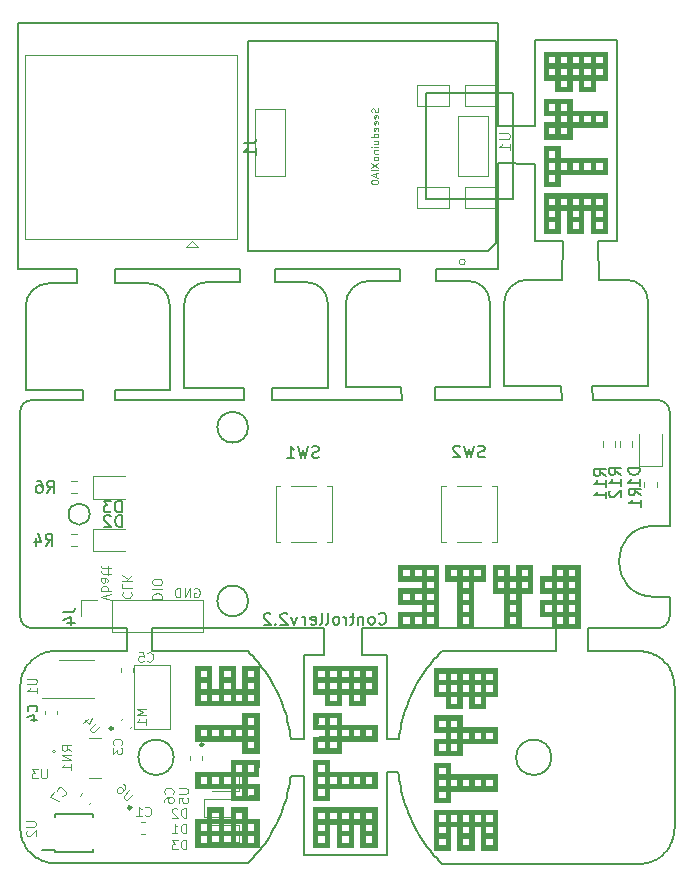
<source format=gbr>
%TF.GenerationSoftware,KiCad,Pcbnew,(5.1.10)-1*%
%TF.CreationDate,2021-10-07T11:19:02-05:00*%
%TF.ProjectId,BYTE_PANELkicad_pcb,42595445-5f50-4414-9e45-4c6b69636164,v2.2*%
%TF.SameCoordinates,Original*%
%TF.FileFunction,Legend,Bot*%
%TF.FilePolarity,Positive*%
%FSLAX46Y46*%
G04 Gerber Fmt 4.6, Leading zero omitted, Abs format (unit mm)*
G04 Created by KiCad (PCBNEW (5.1.10)-1) date 2021-10-07 11:19:02*
%MOMM*%
%LPD*%
G01*
G04 APERTURE LIST*
%TA.AperFunction,Profile*%
%ADD10C,0.200000*%
%TD*%
%ADD11C,0.150000*%
%ADD12C,0.120000*%
%ADD13C,0.010000*%
%ADD14C,0.250000*%
%ADD15C,0.066040*%
%ADD16C,0.127000*%
%ADD17C,0.100000*%
%ADD18C,0.101600*%
%ADD19C,0.076200*%
G04 APERTURE END LIST*
D10*
X168690379Y-96462228D02*
X169130379Y-96462228D01*
X148898100Y-64072180D02*
X148888100Y-65112180D01*
X151918100Y-64072180D02*
X151938100Y-65112180D01*
X145638100Y-94510004D02*
X145638100Y-96762180D01*
X142458100Y-96762180D02*
X142458100Y-94510004D01*
X145638100Y-96762180D02*
X147788100Y-96762180D01*
X162068100Y-94510004D02*
X145638100Y-94510004D01*
X147788100Y-96762180D02*
X147788100Y-103892180D01*
X140778100Y-103872180D02*
X140798100Y-96762180D01*
X157156100Y-55162180D02*
X160298100Y-55182180D01*
X160298100Y-51992180D02*
X157158100Y-51992180D01*
X160298100Y-61762180D02*
X160298100Y-55182180D01*
X157156100Y-43242180D02*
X157158100Y-51992180D01*
X162658100Y-61762180D02*
X162578100Y-65012180D01*
X165708100Y-65012180D02*
X165648100Y-61762180D01*
X167298100Y-61762180D02*
X165648100Y-61762180D01*
X168087294Y-65021970D02*
X165708100Y-65012180D01*
X154687294Y-65121970D02*
X151938100Y-65112180D01*
X157156100Y-64070180D02*
X151918100Y-64072180D01*
X162658100Y-61762180D02*
X160298100Y-61762180D01*
X160298100Y-51992180D02*
X160298100Y-44762180D01*
X160298100Y-44762180D02*
X167298100Y-44762180D01*
X167298100Y-44762180D02*
X167298100Y-61762180D01*
X147798100Y-106722180D02*
X147798100Y-113762180D01*
X140798100Y-96762180D02*
X142458100Y-96762180D01*
X140798100Y-113762180D02*
X140798100Y-107012180D01*
X147798100Y-113762180D02*
X140798100Y-113762180D01*
X138338100Y-65222180D02*
X138338100Y-64072180D01*
X135318100Y-64070180D02*
X135318100Y-65212180D01*
X135318100Y-65212180D02*
X132588100Y-65212180D01*
X148898100Y-64072180D02*
X138338100Y-64072180D01*
X124748100Y-64070180D02*
X124738100Y-65322180D01*
X121508100Y-65312180D02*
X121528100Y-64070180D01*
X135318100Y-64070180D02*
X124748100Y-64070180D01*
X127587294Y-65321970D02*
X124738100Y-65322180D01*
X162558100Y-74012180D02*
X162588100Y-75210004D01*
X165188100Y-75202180D02*
X165178100Y-74002180D01*
X165178100Y-74002180D02*
X169888100Y-74012180D01*
X165190000Y-75200004D02*
X170720000Y-75210004D01*
X151848100Y-74112180D02*
X151828100Y-75210004D01*
X149018100Y-75210004D02*
X149008100Y-74112180D01*
X151828100Y-75210004D02*
X162588100Y-75210004D01*
X151848100Y-74112180D02*
X156488100Y-74112180D01*
X138088100Y-74212180D02*
X138078100Y-75210004D01*
X135658100Y-74212180D02*
X135678100Y-75210004D01*
X138078100Y-75210004D02*
X149018100Y-75210004D01*
X130588100Y-74212180D02*
X135658100Y-74212180D01*
X122048100Y-75210004D02*
X122038100Y-74312180D01*
X124798100Y-75210004D02*
X124778100Y-74312180D01*
X124798100Y-75210004D02*
X135678100Y-75210004D01*
X124778100Y-74312180D02*
X129388100Y-74312180D01*
X169888100Y-74012180D02*
X169878310Y-66814500D01*
X157688100Y-74012180D02*
X157688100Y-67012180D01*
X157688100Y-74012180D02*
X162558100Y-74012180D01*
X157688100Y-67012180D02*
G75*
G02*
X159688100Y-65012180I2000000J0D01*
G01*
X168087294Y-65021969D02*
G75*
G02*
X169878309Y-66814499I806J-1790211D01*
G01*
X162578100Y-65012180D02*
X159688100Y-65012180D01*
X144288100Y-74112180D02*
X149008100Y-74112180D01*
X154687294Y-65121969D02*
G75*
G02*
X156478309Y-66914499I806J-1790211D01*
G01*
X156488100Y-74112180D02*
X156478310Y-66914500D01*
X148888100Y-65112180D02*
X146288100Y-65112180D01*
X144288100Y-67112180D02*
G75*
G02*
X146288100Y-65112180I2000000J0D01*
G01*
X144288100Y-74112180D02*
X144288100Y-67112180D01*
X138088100Y-74212180D02*
X142788100Y-74212180D01*
X140987294Y-65221969D02*
G75*
G02*
X142778309Y-67014499I806J-1790211D01*
G01*
X142788100Y-74212180D02*
X142778310Y-67014500D01*
X140985780Y-65221970D02*
X138338100Y-65222180D01*
X130588100Y-67212180D02*
G75*
G02*
X132588100Y-65212180I2000000J0D01*
G01*
X130588100Y-74212180D02*
X130588100Y-67212180D01*
X162068100Y-94510004D02*
X162068100Y-96462228D01*
X164768100Y-94510004D02*
X164768100Y-96462228D01*
X142458100Y-94510004D02*
X127868100Y-94510004D01*
X162068100Y-96462228D02*
X152439691Y-96462228D01*
X125768100Y-94510004D02*
X125768100Y-96442180D01*
X127868100Y-96442180D02*
X127868100Y-94510004D01*
X170720000Y-94510004D02*
X164768100Y-94510004D01*
X135996509Y-96442180D02*
X127868100Y-96442180D01*
X121508100Y-65312180D02*
X119188100Y-65312180D01*
X117188100Y-74312180D02*
X122038100Y-74312180D01*
X129388100Y-74312180D02*
X129378310Y-67114500D01*
X117188100Y-67312180D02*
G75*
G02*
X119188100Y-65312180I2000000J0D01*
G01*
X127587294Y-65321969D02*
G75*
G02*
X129378309Y-67114499I806J-1790211D01*
G01*
X117188100Y-74312180D02*
X117188100Y-67312180D01*
X149664215Y-100587209D02*
X149547799Y-100875525D01*
X149788569Y-100301830D02*
X149664215Y-100587209D01*
X151018880Y-98140002D02*
X150841610Y-98397203D01*
X148785800Y-103890832D02*
X147788100Y-103892180D01*
X147798100Y-106722180D02*
X148751404Y-106721733D01*
X149338778Y-101460413D02*
X149243528Y-101756746D01*
X150669631Y-98658399D02*
X150505589Y-98923432D01*
X148830779Y-103580469D02*
X148785800Y-103890832D01*
X151791463Y-97153663D02*
X151587734Y-97393613D01*
X148785800Y-107033576D02*
X148830779Y-107343939D01*
X149547799Y-100875525D02*
X149439320Y-101166646D01*
X150505589Y-98923432D02*
X150349485Y-99192195D01*
X149076841Y-102356449D02*
X149002758Y-102659582D01*
X149243528Y-101756746D02*
X149156216Y-102055460D01*
X151391942Y-97638088D02*
X151201443Y-97886928D01*
X168690379Y-96462228D02*
X164768100Y-96462228D01*
X169426712Y-96476886D02*
X169278545Y-96465906D01*
X151587734Y-97393613D02*
X151391942Y-97638088D01*
X152439691Y-96462228D02*
X152217441Y-96687838D01*
X149664215Y-110337199D02*
X149788569Y-110622578D01*
X149918215Y-110904914D02*
X150053152Y-111184049D01*
X149076841Y-108567959D02*
X149156216Y-108868948D01*
X149243528Y-109167662D02*
X149338778Y-109463995D01*
X149156216Y-108868948D02*
X149243528Y-109167662D01*
X149002758Y-108264826D02*
X149076841Y-108567959D01*
X150198673Y-111459851D02*
X150349485Y-111732213D01*
X149788569Y-110622578D02*
X149918215Y-110904914D01*
X170000857Y-114332508D02*
X170141086Y-114286523D01*
X148936612Y-102964707D02*
X148881050Y-103271716D01*
X169717753Y-114404025D02*
X169860628Y-114371719D01*
X170670252Y-114036598D02*
X170794606Y-113958149D01*
X149439320Y-109757762D02*
X149547799Y-110048883D01*
X149547799Y-110048883D02*
X149664215Y-110337199D01*
X170410961Y-114174552D02*
X170540606Y-114108776D01*
X169572233Y-114429319D02*
X169717753Y-114404025D01*
X149338778Y-109463995D02*
X149439320Y-109757762D01*
X170913668Y-113873536D02*
X171030085Y-113782810D01*
X169278545Y-114458502D02*
X169426712Y-114447522D01*
X148881050Y-107652692D02*
X148936612Y-107959701D01*
X150053152Y-111184049D02*
X150198673Y-111459851D01*
X172038146Y-112193460D02*
X172069896Y-112050188D01*
X148936612Y-107959701D02*
X149002758Y-108264826D01*
X149918215Y-100019494D02*
X149788569Y-100301830D01*
X170141086Y-96637885D02*
X170000857Y-96591900D01*
X152000483Y-96918369D02*
X151791463Y-97153663D01*
X148881050Y-103271716D02*
X148830779Y-103580469D01*
X150198673Y-99464557D02*
X150053152Y-99740359D01*
X169278545Y-96465906D02*
X169130379Y-96462228D01*
X152217441Y-96687838D02*
X152000483Y-96918369D01*
X172038146Y-98730948D02*
X171998459Y-98589713D01*
X150841610Y-98397203D02*
X150669631Y-98658399D01*
X171900563Y-98314150D02*
X171842355Y-98180351D01*
X151201443Y-97886928D02*
X151018880Y-98140002D01*
X150053152Y-99740359D02*
X149918215Y-100019494D01*
X148751404Y-106721733D02*
X148785800Y-107033576D01*
X149002758Y-102659582D02*
X148936612Y-102964707D01*
X149439320Y-101166646D02*
X149338778Y-101460413D01*
X150349485Y-99192195D02*
X150198673Y-99464557D01*
X170276023Y-96690563D02*
X170141086Y-96637885D01*
X148830779Y-107343939D02*
X148881050Y-107652692D01*
X149156216Y-102055460D02*
X149076841Y-102356449D01*
X172125459Y-99313454D02*
X172114875Y-99165711D01*
X170141086Y-114286523D02*
X170276023Y-114233845D01*
X152000483Y-114006039D02*
X152217441Y-114236570D01*
X151587734Y-113530795D02*
X151791463Y-113770745D01*
X151018880Y-112784406D02*
X151201443Y-113037480D01*
X171625397Y-113126591D02*
X171704772Y-113002476D01*
X171998459Y-112334695D02*
X172038146Y-112193460D01*
X171842355Y-112744057D02*
X171900563Y-112610258D01*
X150841610Y-112527205D02*
X151018880Y-112784406D01*
X150349485Y-111732213D02*
X150505589Y-112000976D01*
X169426712Y-114447522D02*
X169572233Y-114429319D01*
X170540606Y-114108776D02*
X170670252Y-114036598D01*
X150505589Y-112000976D02*
X150669631Y-112266009D01*
X172125459Y-111610954D02*
X172128104Y-111462206D01*
X161707278Y-105453754D02*
G75*
G03*
X161707278Y-105453754I-1500000J0D01*
G01*
X152217441Y-114236570D02*
X152439691Y-114462180D01*
X172096354Y-111905197D02*
X172114875Y-111758697D01*
X171030085Y-113782810D02*
X171143856Y-113686105D01*
X172069896Y-112050188D02*
X172096354Y-111905197D01*
X171540730Y-113247003D02*
X171625397Y-113126591D01*
X150669631Y-112266009D02*
X150841610Y-112527205D01*
X172114875Y-111758697D02*
X172125459Y-111610954D01*
X171776209Y-112874867D02*
X171842355Y-112744057D01*
X170276023Y-114233845D02*
X170410961Y-114174552D01*
X170670252Y-96887810D02*
X170540606Y-96815632D01*
X169572233Y-96495089D02*
X169426712Y-96476886D01*
X172128104Y-99462202D02*
X172125459Y-99313454D01*
X170410961Y-96749856D02*
X170276023Y-96690563D01*
X171450772Y-97560935D02*
X171352876Y-97448699D01*
X171704772Y-97921932D02*
X171625397Y-97797817D01*
X170913668Y-97050872D02*
X170794606Y-96966259D01*
X170000857Y-96591900D02*
X169860628Y-96552689D01*
X172114875Y-99165711D02*
X172096354Y-99019211D01*
X171625397Y-97797817D02*
X171540730Y-97677405D01*
X169717753Y-96520383D02*
X169572233Y-96495089D01*
X169130379Y-114462180D02*
X169278545Y-114458502D01*
X151391942Y-113286320D02*
X151587734Y-113530795D01*
X169860628Y-114371719D02*
X170000857Y-114332508D01*
X151791463Y-113770745D02*
X152000483Y-114006039D01*
X171900563Y-112610258D02*
X171953480Y-112473706D01*
X171450772Y-113363473D02*
X171540730Y-113247003D01*
X171143856Y-113686105D02*
X171249689Y-113583525D01*
X171953480Y-112473706D02*
X171998459Y-112334695D01*
X151201443Y-113037480D02*
X151391942Y-113286320D01*
X171352876Y-113475709D02*
X171450772Y-113363473D01*
X152439691Y-114462180D02*
X169130379Y-114462180D01*
X170794606Y-113958149D02*
X170913668Y-113873536D01*
X171704772Y-113002476D02*
X171776209Y-112874867D01*
X171249689Y-113583525D02*
X171352876Y-113475709D01*
X171842355Y-98180351D02*
X171776209Y-98049541D01*
X171143856Y-97238303D02*
X171030085Y-97141598D01*
X169860628Y-96552689D02*
X169717753Y-96520383D01*
X171776209Y-98049541D02*
X171704772Y-97921932D01*
X170794606Y-96966259D02*
X170670252Y-96887810D01*
X172069896Y-98874220D02*
X172038146Y-98730948D01*
X172128104Y-111462206D02*
X172128104Y-99462202D01*
X171352876Y-97448699D02*
X171249689Y-97340883D01*
X171249689Y-97340883D02*
X171143856Y-97238303D01*
X171030085Y-97141598D02*
X170913668Y-97050872D01*
X172096354Y-99019211D02*
X172069896Y-98874220D01*
X170540606Y-96815632D02*
X170410961Y-96749856D01*
X171998459Y-98589713D02*
X171953480Y-98450702D01*
X171540730Y-97677405D02*
X171450772Y-97560935D01*
X171953480Y-98450702D02*
X171900563Y-98314150D01*
D11*
X140148571Y-93585714D02*
X139910476Y-94252380D01*
X139672380Y-93585714D01*
X139339047Y-93347619D02*
X139291428Y-93300000D01*
X139196190Y-93252380D01*
X138958095Y-93252380D01*
X138862857Y-93300000D01*
X138815238Y-93347619D01*
X138767619Y-93442857D01*
X138767619Y-93538095D01*
X138815238Y-93680952D01*
X139386666Y-94252380D01*
X138767619Y-94252380D01*
X138339047Y-94157142D02*
X138291428Y-94204761D01*
X138339047Y-94252380D01*
X138386666Y-94204761D01*
X138339047Y-94157142D01*
X138339047Y-94252380D01*
X137910476Y-93347619D02*
X137862857Y-93300000D01*
X137767619Y-93252380D01*
X137529523Y-93252380D01*
X137434285Y-93300000D01*
X137386666Y-93347619D01*
X137339047Y-93442857D01*
X137339047Y-93538095D01*
X137386666Y-93680952D01*
X137958095Y-94252380D01*
X137339047Y-94252380D01*
D10*
X117720000Y-94510004D02*
G75*
G02*
X116720000Y-93510004I0J1000000D01*
G01*
X170720000Y-75210004D02*
G75*
G02*
X171720000Y-76210004I0J-1000000D01*
G01*
X170420000Y-91860004D02*
X171720000Y-91860004D01*
X125768100Y-94510004D02*
X117720000Y-94510004D01*
X116720000Y-76210004D02*
G75*
G02*
X117720000Y-75210004I1000000J0D01*
G01*
X122620000Y-84860004D02*
G75*
G03*
X122620000Y-84860004I-900000J0D01*
G01*
X136020001Y-77510004D02*
G75*
G03*
X136020001Y-77510004I-1300001J0D01*
G01*
X170420000Y-91860004D02*
G75*
G02*
X170420000Y-85860004I0J3000000D01*
G01*
X136020001Y-92210004D02*
G75*
G03*
X136020001Y-92210004I-1300001J0D01*
G01*
X171720000Y-91860004D02*
X171720000Y-93510004D01*
X171720000Y-93510004D02*
G75*
G02*
X170720000Y-94510004I-1000000J0D01*
G01*
X116720000Y-93510004D02*
X116720000Y-76210004D01*
X171720000Y-85860004D02*
X170420000Y-85860004D01*
X117720000Y-75210004D02*
X122048100Y-75210004D01*
X171720000Y-76210004D02*
X171720000Y-85860004D01*
D11*
X147114761Y-94117142D02*
X147162380Y-94164761D01*
X147305238Y-94212380D01*
X147400476Y-94212380D01*
X147543333Y-94164761D01*
X147638571Y-94069523D01*
X147686190Y-93974285D01*
X147733809Y-93783809D01*
X147733809Y-93640952D01*
X147686190Y-93450476D01*
X147638571Y-93355238D01*
X147543333Y-93260000D01*
X147400476Y-93212380D01*
X147305238Y-93212380D01*
X147162380Y-93260000D01*
X147114761Y-93307619D01*
X146543333Y-94212380D02*
X146638571Y-94164761D01*
X146686190Y-94117142D01*
X146733809Y-94021904D01*
X146733809Y-93736190D01*
X146686190Y-93640952D01*
X146638571Y-93593333D01*
X146543333Y-93545714D01*
X146400476Y-93545714D01*
X146305238Y-93593333D01*
X146257619Y-93640952D01*
X146210000Y-93736190D01*
X146210000Y-94021904D01*
X146257619Y-94117142D01*
X146305238Y-94164761D01*
X146400476Y-94212380D01*
X146543333Y-94212380D01*
X145781428Y-93545714D02*
X145781428Y-94212380D01*
X145781428Y-93640952D02*
X145733809Y-93593333D01*
X145638571Y-93545714D01*
X145495714Y-93545714D01*
X145400476Y-93593333D01*
X145352857Y-93688571D01*
X145352857Y-94212380D01*
X145019523Y-93545714D02*
X144638571Y-93545714D01*
X144876666Y-93212380D02*
X144876666Y-94069523D01*
X144829047Y-94164761D01*
X144733809Y-94212380D01*
X144638571Y-94212380D01*
X144305238Y-94212380D02*
X144305238Y-93545714D01*
X144305238Y-93736190D02*
X144257619Y-93640952D01*
X144210000Y-93593333D01*
X144114761Y-93545714D01*
X144019523Y-93545714D01*
X143543333Y-94212380D02*
X143638571Y-94164761D01*
X143686190Y-94117142D01*
X143733809Y-94021904D01*
X143733809Y-93736190D01*
X143686190Y-93640952D01*
X143638571Y-93593333D01*
X143543333Y-93545714D01*
X143400476Y-93545714D01*
X143305238Y-93593333D01*
X143257619Y-93640952D01*
X143210000Y-93736190D01*
X143210000Y-94021904D01*
X143257619Y-94117142D01*
X143305238Y-94164761D01*
X143400476Y-94212380D01*
X143543333Y-94212380D01*
X142638571Y-94212380D02*
X142733809Y-94164761D01*
X142781428Y-94069523D01*
X142781428Y-93212380D01*
X142114761Y-94212380D02*
X142210000Y-94164761D01*
X142257619Y-94069523D01*
X142257619Y-93212380D01*
X141352857Y-94164761D02*
X141448095Y-94212380D01*
X141638571Y-94212380D01*
X141733809Y-94164761D01*
X141781428Y-94069523D01*
X141781428Y-93688571D01*
X141733809Y-93593333D01*
X141638571Y-93545714D01*
X141448095Y-93545714D01*
X141352857Y-93593333D01*
X141305238Y-93688571D01*
X141305238Y-93783809D01*
X141781428Y-93879047D01*
X140876666Y-94212380D02*
X140876666Y-93545714D01*
X140876666Y-93736190D02*
X140829047Y-93640952D01*
X140781428Y-93593333D01*
X140686190Y-93545714D01*
X140590952Y-93545714D01*
D12*
X131479523Y-91160000D02*
X131555714Y-91121904D01*
X131670000Y-91121904D01*
X131784285Y-91160000D01*
X131860476Y-91236190D01*
X131898571Y-91312380D01*
X131936666Y-91464761D01*
X131936666Y-91579047D01*
X131898571Y-91731428D01*
X131860476Y-91807619D01*
X131784285Y-91883809D01*
X131670000Y-91921904D01*
X131593809Y-91921904D01*
X131479523Y-91883809D01*
X131441428Y-91845714D01*
X131441428Y-91579047D01*
X131593809Y-91579047D01*
X131098571Y-91921904D02*
X131098571Y-91121904D01*
X130641428Y-91921904D01*
X130641428Y-91121904D01*
X130260476Y-91921904D02*
X130260476Y-91121904D01*
X130070000Y-91121904D01*
X129955714Y-91160000D01*
X129879523Y-91236190D01*
X129841428Y-91312380D01*
X129803333Y-91464761D01*
X129803333Y-91579047D01*
X129841428Y-91731428D01*
X129879523Y-91807619D01*
X129955714Y-91883809D01*
X130070000Y-91921904D01*
X130260476Y-91921904D01*
X127928095Y-92019047D02*
X128728095Y-92019047D01*
X128728095Y-91828571D01*
X128690000Y-91714285D01*
X128613809Y-91638095D01*
X128537619Y-91600000D01*
X128385238Y-91561904D01*
X128270952Y-91561904D01*
X128118571Y-91600000D01*
X128042380Y-91638095D01*
X127966190Y-91714285D01*
X127928095Y-91828571D01*
X127928095Y-92019047D01*
X127928095Y-91219047D02*
X128728095Y-91219047D01*
X128728095Y-90685714D02*
X128728095Y-90533333D01*
X128690000Y-90457142D01*
X128613809Y-90380952D01*
X128461428Y-90342857D01*
X128194761Y-90342857D01*
X128042380Y-90380952D01*
X127966190Y-90457142D01*
X127928095Y-90533333D01*
X127928095Y-90685714D01*
X127966190Y-90761904D01*
X128042380Y-90838095D01*
X128194761Y-90876190D01*
X128461428Y-90876190D01*
X128613809Y-90838095D01*
X128690000Y-90761904D01*
X128728095Y-90685714D01*
X125454285Y-91476190D02*
X125416190Y-91514285D01*
X125378095Y-91628571D01*
X125378095Y-91704761D01*
X125416190Y-91819047D01*
X125492380Y-91895238D01*
X125568571Y-91933333D01*
X125720952Y-91971428D01*
X125835238Y-91971428D01*
X125987619Y-91933333D01*
X126063809Y-91895238D01*
X126140000Y-91819047D01*
X126178095Y-91704761D01*
X126178095Y-91628571D01*
X126140000Y-91514285D01*
X126101904Y-91476190D01*
X125378095Y-90752380D02*
X125378095Y-91133333D01*
X126178095Y-91133333D01*
X125378095Y-90485714D02*
X126178095Y-90485714D01*
X125378095Y-90028571D02*
X125835238Y-90371428D01*
X126178095Y-90028571D02*
X125720952Y-90485714D01*
X124408095Y-92157619D02*
X123608095Y-91890952D01*
X124408095Y-91624285D01*
X123608095Y-91357619D02*
X124408095Y-91357619D01*
X124103333Y-91357619D02*
X124141428Y-91281428D01*
X124141428Y-91129047D01*
X124103333Y-91052857D01*
X124065238Y-91014761D01*
X123989047Y-90976666D01*
X123760476Y-90976666D01*
X123684285Y-91014761D01*
X123646190Y-91052857D01*
X123608095Y-91129047D01*
X123608095Y-91281428D01*
X123646190Y-91357619D01*
X123608095Y-90290952D02*
X124027142Y-90290952D01*
X124103333Y-90329047D01*
X124141428Y-90405238D01*
X124141428Y-90557619D01*
X124103333Y-90633809D01*
X123646190Y-90290952D02*
X123608095Y-90367142D01*
X123608095Y-90557619D01*
X123646190Y-90633809D01*
X123722380Y-90671904D01*
X123798571Y-90671904D01*
X123874761Y-90633809D01*
X123912857Y-90557619D01*
X123912857Y-90367142D01*
X123950952Y-90290952D01*
X124141428Y-90024285D02*
X124141428Y-89719523D01*
X124408095Y-89910000D02*
X123722380Y-89910000D01*
X123646190Y-89871904D01*
X123608095Y-89795714D01*
X123608095Y-89719523D01*
X124141428Y-89567142D02*
X124141428Y-89262380D01*
X124408095Y-89452857D02*
X123722380Y-89452857D01*
X123646190Y-89414761D01*
X123608095Y-89338571D01*
X123608095Y-89262380D01*
D10*
X116748096Y-99442154D02*
X116748096Y-111442158D01*
X116806304Y-112030140D02*
X116838054Y-112173412D01*
X118081594Y-113938101D02*
X118205948Y-114016550D01*
X119015572Y-114351671D02*
X119158447Y-114383977D01*
X117099991Y-112854819D02*
X117171428Y-112982428D01*
X117732344Y-113666057D02*
X117846115Y-113762762D01*
X117033845Y-112724009D02*
X117099991Y-112854819D01*
X117962532Y-113853488D02*
X118081594Y-113938101D01*
X116761325Y-111738649D02*
X116779846Y-111885149D01*
X117250803Y-113106543D02*
X117335470Y-113226955D01*
X119158447Y-114383977D02*
X119303967Y-114409271D01*
X118205948Y-114016550D02*
X118335594Y-114088728D01*
X117171428Y-112982428D02*
X117250803Y-113106543D01*
X118875343Y-114312460D02*
X119015572Y-114351671D01*
X117425428Y-113343425D02*
X117523324Y-113455661D01*
X118465239Y-114154504D02*
X118600177Y-114213797D01*
X116748096Y-111442158D02*
X116750741Y-111590906D01*
X119303967Y-114409271D02*
X119449488Y-114427474D01*
X116922720Y-112453658D02*
X116975637Y-112590210D01*
X117335470Y-113226955D02*
X117425428Y-113343425D01*
X116877741Y-112314647D02*
X116922720Y-112453658D01*
X118335594Y-114088728D02*
X118465239Y-114154504D01*
X116779846Y-111885149D02*
X116806304Y-112030140D01*
X117846115Y-113762762D02*
X117962532Y-113853488D01*
X117626511Y-113563477D02*
X117732344Y-113666057D01*
X117523324Y-113455661D02*
X117626511Y-113563477D01*
X116750741Y-111590906D02*
X116761325Y-111738649D01*
X116975637Y-112590210D02*
X117033845Y-112724009D01*
X118735114Y-114266475D02*
X118875343Y-114312460D01*
X116838054Y-112173412D02*
X116877741Y-112314647D01*
X118600177Y-114213797D02*
X118735114Y-114266475D01*
X119597655Y-114438454D02*
X119745821Y-114442132D01*
X139555150Y-107632644D02*
X139605421Y-107323891D01*
X136218759Y-114216522D02*
X136435717Y-113985991D01*
X136435717Y-113985991D02*
X136644737Y-113750697D01*
X137234757Y-113017432D02*
X137417320Y-112764358D01*
X137594590Y-112507157D02*
X137766569Y-112245961D01*
X138086715Y-111712165D02*
X138237527Y-111439803D01*
X138237527Y-111439803D02*
X138383048Y-111164001D01*
X138517985Y-110884866D02*
X138647631Y-110602530D01*
X139279984Y-108848900D02*
X139359359Y-108547911D01*
X138996880Y-109737714D02*
X139097422Y-109443947D01*
X139433442Y-108244778D02*
X139499588Y-107939653D01*
X139605421Y-103560421D02*
X139555150Y-103251668D01*
X140778100Y-103872180D02*
X139650400Y-103870784D01*
X138383048Y-111164001D02*
X138517985Y-110884866D01*
X139097422Y-109443947D02*
X139192672Y-109147614D01*
X139650400Y-107013528D02*
X140798100Y-107012180D01*
X139359359Y-108547911D02*
X139433442Y-108244778D01*
X135996509Y-114442132D02*
X136218759Y-114216522D01*
X136644737Y-113750697D02*
X136848466Y-113510747D01*
X136848466Y-113510747D02*
X137044258Y-113266272D01*
X137417320Y-112764358D02*
X137594590Y-112507157D01*
X138647631Y-110602530D02*
X138771985Y-110317151D01*
X138771985Y-110317151D02*
X138888401Y-110028835D01*
X119449488Y-114427474D02*
X119597655Y-114438454D01*
X119745821Y-114442132D02*
X135996509Y-114442132D01*
X137044258Y-113266272D02*
X137234757Y-113017432D01*
X137930611Y-111980928D02*
X138086715Y-111712165D01*
X139192672Y-109147614D02*
X139279984Y-108848900D01*
X139650400Y-103870784D02*
X139605421Y-103560421D01*
X138888401Y-110028835D02*
X138996880Y-109737714D01*
X139605421Y-107323891D02*
X139650400Y-107013528D01*
X137766569Y-112245961D02*
X137930611Y-111980928D01*
X139499588Y-107939653D02*
X139555150Y-107632644D01*
X139279984Y-102035412D02*
X139192672Y-101736698D01*
X138647631Y-100281782D02*
X138517985Y-99999446D01*
X138237527Y-99444509D02*
X138086715Y-99172147D01*
X139555150Y-103251668D02*
X139499588Y-102944659D01*
X139499588Y-102944659D02*
X139433442Y-102639534D01*
X139433442Y-102639534D02*
X139359359Y-102336401D01*
X138996880Y-101146598D02*
X138888401Y-100855477D01*
X138771985Y-100567161D02*
X138647631Y-100281782D01*
X139192672Y-101736698D02*
X139097422Y-101440365D01*
X139359359Y-102336401D02*
X139279984Y-102035412D01*
X139097422Y-101440365D02*
X138996880Y-101146598D01*
X138888401Y-100855477D02*
X138771985Y-100567161D01*
X138383048Y-99720311D02*
X138237527Y-99444509D01*
X138517985Y-99999446D02*
X138383048Y-99720311D01*
X116838054Y-98710900D02*
X116806304Y-98854172D01*
X119597655Y-96445858D02*
X119449488Y-96456838D01*
X117962532Y-97030824D02*
X117846115Y-97121550D01*
X119303967Y-96475041D02*
X119158447Y-96500335D01*
X118465239Y-96729808D02*
X118335594Y-96795584D01*
X118205948Y-96867762D02*
X118081594Y-96946211D01*
X119158447Y-96500335D02*
X119015572Y-96532641D01*
X118875343Y-96571852D02*
X118735114Y-96617837D01*
X116806304Y-98854172D02*
X116779846Y-98999163D01*
X138086715Y-99172147D02*
X137930611Y-98903384D01*
X136218759Y-96667790D02*
X135996509Y-96442180D01*
X137930611Y-98903384D02*
X137766569Y-98638351D01*
X137766569Y-98638351D02*
X137594590Y-98377155D01*
X118600177Y-96670515D02*
X118465239Y-96729808D01*
X137594590Y-98377155D02*
X137417320Y-98119954D01*
X137417320Y-98119954D02*
X137234757Y-97866880D01*
X116750741Y-99293406D02*
X116748096Y-99442154D01*
X136848466Y-97373565D02*
X136644737Y-97133615D01*
X117335470Y-97657357D02*
X117250803Y-97777769D01*
X117250803Y-97777769D02*
X117171428Y-97901884D01*
X117099991Y-98029493D02*
X117033845Y-98160303D01*
X116761325Y-99145663D02*
X116750741Y-99293406D01*
X136435717Y-96898321D02*
X136218759Y-96667790D01*
X118735114Y-96617837D02*
X118600177Y-96670515D01*
X118335594Y-96795584D02*
X118205948Y-96867762D01*
X117846115Y-97121550D02*
X117732344Y-97218255D01*
X116779846Y-98999163D02*
X116761325Y-99145663D01*
X129728922Y-105450606D02*
G75*
G03*
X129728922Y-105450606I-1500000J0D01*
G01*
X119449488Y-96456838D02*
X119303967Y-96475041D01*
X117033845Y-98160303D02*
X116975637Y-98294102D01*
X116877741Y-98569665D02*
X116838054Y-98710900D01*
X117732344Y-97218255D02*
X117626511Y-97320835D01*
X117523324Y-97428651D02*
X117425428Y-97540887D01*
X117425428Y-97540887D02*
X117335470Y-97657357D01*
X116975637Y-98294102D02*
X116922720Y-98430654D01*
X116922720Y-98430654D02*
X116877741Y-98569665D01*
X137234757Y-97866880D02*
X137044258Y-97618040D01*
X117171428Y-97901884D02*
X117099991Y-98029493D01*
X137044258Y-97618040D02*
X136848466Y-97373565D01*
X136644737Y-97133615D02*
X136435717Y-96898321D01*
X117626511Y-97320835D02*
X117523324Y-97428651D01*
X118081594Y-96946211D02*
X117962532Y-97030824D01*
X125768100Y-96442180D02*
X119745821Y-96442180D01*
X119015572Y-96532641D02*
X118875343Y-96571852D01*
X119745821Y-96442180D02*
X119597655Y-96445858D01*
X116516100Y-43242180D02*
X157156100Y-43242180D01*
X116516100Y-64070180D02*
X116516100Y-43242180D01*
X121528100Y-64070180D02*
X116516100Y-64070180D01*
X157156100Y-55162180D02*
X157156100Y-64070180D01*
D13*
%TO.C,Ref\u002A\u002A*%
G36*
X166418267Y-45697180D02*
G01*
X166418267Y-48067846D01*
X165402267Y-48067846D01*
X165402267Y-47708013D01*
X166037267Y-47708013D01*
X166037267Y-47073013D01*
X165402267Y-47073013D01*
X165402267Y-46692013D01*
X166037267Y-46692013D01*
X166037267Y-46078180D01*
X165402267Y-46078180D01*
X165402267Y-46692013D01*
X165402267Y-47073013D01*
X165402267Y-47708013D01*
X165402267Y-48067846D01*
X165402267Y-49062680D01*
X164407434Y-49062680D01*
X164407434Y-48702846D01*
X165042434Y-48702846D01*
X165042434Y-48067846D01*
X164407434Y-48067846D01*
X164407434Y-47708013D01*
X165042434Y-47708013D01*
X165042434Y-47073013D01*
X164407434Y-47073013D01*
X164407434Y-46692013D01*
X165042434Y-46692013D01*
X165042434Y-46078180D01*
X164407434Y-46078180D01*
X164407434Y-46692013D01*
X164407434Y-47073013D01*
X164407434Y-47708013D01*
X164407434Y-48067846D01*
X164407434Y-48702846D01*
X164407434Y-49062680D01*
X164047600Y-49062680D01*
X164047600Y-48067846D01*
X163412600Y-48067846D01*
X163412600Y-47708013D01*
X164047600Y-47708013D01*
X164047600Y-47073013D01*
X163412600Y-47073013D01*
X163412600Y-46692013D01*
X164047600Y-46692013D01*
X164047600Y-46078180D01*
X163412600Y-46078180D01*
X163412600Y-46692013D01*
X163412600Y-47073013D01*
X163412600Y-47708013D01*
X163412600Y-48067846D01*
X163412600Y-49062680D01*
X162417767Y-49062680D01*
X162417767Y-48702846D01*
X163031600Y-48702846D01*
X163031600Y-48067846D01*
X162417767Y-48067846D01*
X162417767Y-47708013D01*
X163031600Y-47708013D01*
X163031600Y-47073013D01*
X162417767Y-47073013D01*
X162417767Y-46692013D01*
X163031600Y-46692013D01*
X163031600Y-46078180D01*
X162417767Y-46078180D01*
X162417767Y-46692013D01*
X162417767Y-47073013D01*
X162417767Y-47708013D01*
X162417767Y-48067846D01*
X162417767Y-48702846D01*
X162417767Y-49062680D01*
X162036767Y-49062680D01*
X162036767Y-48067846D01*
X161401767Y-48067846D01*
X161401767Y-47708013D01*
X162036767Y-47708013D01*
X162036767Y-47073013D01*
X161401767Y-47073013D01*
X161401767Y-46692013D01*
X162036767Y-46692013D01*
X162036767Y-46078180D01*
X161401767Y-46078180D01*
X161401767Y-46692013D01*
X161401767Y-47073013D01*
X161401767Y-47708013D01*
X161401767Y-48067846D01*
X161041934Y-48067846D01*
X161041934Y-45697180D01*
X166418267Y-45697180D01*
G37*
X166418267Y-45697180D02*
X166418267Y-48067846D01*
X165402267Y-48067846D01*
X165402267Y-47708013D01*
X166037267Y-47708013D01*
X166037267Y-47073013D01*
X165402267Y-47073013D01*
X165402267Y-46692013D01*
X166037267Y-46692013D01*
X166037267Y-46078180D01*
X165402267Y-46078180D01*
X165402267Y-46692013D01*
X165402267Y-47073013D01*
X165402267Y-47708013D01*
X165402267Y-48067846D01*
X165402267Y-49062680D01*
X164407434Y-49062680D01*
X164407434Y-48702846D01*
X165042434Y-48702846D01*
X165042434Y-48067846D01*
X164407434Y-48067846D01*
X164407434Y-47708013D01*
X165042434Y-47708013D01*
X165042434Y-47073013D01*
X164407434Y-47073013D01*
X164407434Y-46692013D01*
X165042434Y-46692013D01*
X165042434Y-46078180D01*
X164407434Y-46078180D01*
X164407434Y-46692013D01*
X164407434Y-47073013D01*
X164407434Y-47708013D01*
X164407434Y-48067846D01*
X164407434Y-48702846D01*
X164407434Y-49062680D01*
X164047600Y-49062680D01*
X164047600Y-48067846D01*
X163412600Y-48067846D01*
X163412600Y-47708013D01*
X164047600Y-47708013D01*
X164047600Y-47073013D01*
X163412600Y-47073013D01*
X163412600Y-46692013D01*
X164047600Y-46692013D01*
X164047600Y-46078180D01*
X163412600Y-46078180D01*
X163412600Y-46692013D01*
X163412600Y-47073013D01*
X163412600Y-47708013D01*
X163412600Y-48067846D01*
X163412600Y-49062680D01*
X162417767Y-49062680D01*
X162417767Y-48702846D01*
X163031600Y-48702846D01*
X163031600Y-48067846D01*
X162417767Y-48067846D01*
X162417767Y-47708013D01*
X163031600Y-47708013D01*
X163031600Y-47073013D01*
X162417767Y-47073013D01*
X162417767Y-46692013D01*
X163031600Y-46692013D01*
X163031600Y-46078180D01*
X162417767Y-46078180D01*
X162417767Y-46692013D01*
X162417767Y-47073013D01*
X162417767Y-47708013D01*
X162417767Y-48067846D01*
X162417767Y-48702846D01*
X162417767Y-49062680D01*
X162036767Y-49062680D01*
X162036767Y-48067846D01*
X161401767Y-48067846D01*
X161401767Y-47708013D01*
X162036767Y-47708013D01*
X162036767Y-47073013D01*
X161401767Y-47073013D01*
X161401767Y-46692013D01*
X162036767Y-46692013D01*
X162036767Y-46078180D01*
X161401767Y-46078180D01*
X161401767Y-46692013D01*
X161401767Y-47073013D01*
X161401767Y-47708013D01*
X161401767Y-48067846D01*
X161041934Y-48067846D01*
X161041934Y-45697180D01*
X166418267Y-45697180D01*
G36*
X161052517Y-51697930D02*
G01*
X162036767Y-51686566D01*
X162036767Y-51073513D01*
X162036767Y-50692513D01*
X162036767Y-50056381D01*
X161724559Y-50062239D01*
X161412350Y-50068096D01*
X161406493Y-50380305D01*
X161400635Y-50692513D01*
X162036767Y-50692513D01*
X162036767Y-51073513D01*
X161041934Y-51073513D01*
X161041934Y-49697680D01*
X163412600Y-49697680D01*
X163412600Y-50692513D01*
X166418267Y-50692513D01*
X166418267Y-52068346D01*
X165402267Y-52068346D01*
X165402267Y-51687346D01*
X166037267Y-51687346D01*
X166037267Y-51073513D01*
X165402267Y-51073513D01*
X165402267Y-51687346D01*
X165402267Y-52068346D01*
X164407434Y-52068346D01*
X164407434Y-51687346D01*
X165042434Y-51687346D01*
X165042434Y-51073513D01*
X164407434Y-51073513D01*
X164407434Y-51687346D01*
X164407434Y-52068346D01*
X163412600Y-52068346D01*
X163412600Y-51687346D01*
X164047600Y-51687346D01*
X164047600Y-51073513D01*
X163412600Y-51073513D01*
X163412600Y-51687346D01*
X163412600Y-52068346D01*
X163412600Y-53063180D01*
X162417767Y-53063180D01*
X162417767Y-52703346D01*
X163031600Y-52703346D01*
X163031600Y-52068346D01*
X162417767Y-52068346D01*
X162417767Y-51687346D01*
X163031600Y-51687346D01*
X163031600Y-51073513D01*
X162417767Y-51073513D01*
X162417767Y-50692513D01*
X163031600Y-50692513D01*
X163031600Y-50057513D01*
X162417767Y-50057513D01*
X162417767Y-50692513D01*
X162417767Y-51073513D01*
X162417767Y-51687346D01*
X162417767Y-52068346D01*
X162417767Y-52703346D01*
X162417767Y-53063180D01*
X161401767Y-53063180D01*
X161401767Y-52703346D01*
X162036767Y-52703346D01*
X162036767Y-52068346D01*
X161401767Y-52068346D01*
X161401767Y-52703346D01*
X161401767Y-53063180D01*
X161041347Y-53063180D01*
X161052517Y-51697930D01*
G37*
X161052517Y-51697930D02*
X162036767Y-51686566D01*
X162036767Y-51073513D01*
X162036767Y-50692513D01*
X162036767Y-50056381D01*
X161724559Y-50062239D01*
X161412350Y-50068096D01*
X161406493Y-50380305D01*
X161400635Y-50692513D01*
X162036767Y-50692513D01*
X162036767Y-51073513D01*
X161041934Y-51073513D01*
X161041934Y-49697680D01*
X163412600Y-49697680D01*
X163412600Y-50692513D01*
X166418267Y-50692513D01*
X166418267Y-52068346D01*
X165402267Y-52068346D01*
X165402267Y-51687346D01*
X166037267Y-51687346D01*
X166037267Y-51073513D01*
X165402267Y-51073513D01*
X165402267Y-51687346D01*
X165402267Y-52068346D01*
X164407434Y-52068346D01*
X164407434Y-51687346D01*
X165042434Y-51687346D01*
X165042434Y-51073513D01*
X164407434Y-51073513D01*
X164407434Y-51687346D01*
X164407434Y-52068346D01*
X163412600Y-52068346D01*
X163412600Y-51687346D01*
X164047600Y-51687346D01*
X164047600Y-51073513D01*
X163412600Y-51073513D01*
X163412600Y-51687346D01*
X163412600Y-52068346D01*
X163412600Y-53063180D01*
X162417767Y-53063180D01*
X162417767Y-52703346D01*
X163031600Y-52703346D01*
X163031600Y-52068346D01*
X162417767Y-52068346D01*
X162417767Y-51687346D01*
X163031600Y-51687346D01*
X163031600Y-51073513D01*
X162417767Y-51073513D01*
X162417767Y-50692513D01*
X163031600Y-50692513D01*
X163031600Y-50057513D01*
X162417767Y-50057513D01*
X162417767Y-50692513D01*
X162417767Y-51073513D01*
X162417767Y-51687346D01*
X162417767Y-52068346D01*
X162417767Y-52703346D01*
X162417767Y-53063180D01*
X161401767Y-53063180D01*
X161401767Y-52703346D01*
X162036767Y-52703346D01*
X162036767Y-52068346D01*
X161401767Y-52068346D01*
X161401767Y-52703346D01*
X161401767Y-53063180D01*
X161041347Y-53063180D01*
X161052517Y-51697930D01*
G36*
X162417767Y-53698180D02*
G01*
X162417767Y-54693013D01*
X166418267Y-54693013D01*
X166418267Y-56068846D01*
X165402267Y-56068846D01*
X165402267Y-55687846D01*
X166037267Y-55687846D01*
X166037267Y-55074013D01*
X165402267Y-55074013D01*
X165402267Y-55687846D01*
X165402267Y-56068846D01*
X164407434Y-56068846D01*
X164407434Y-55687846D01*
X165042434Y-55687846D01*
X165042434Y-55074013D01*
X164407434Y-55074013D01*
X164407434Y-55687846D01*
X164407434Y-56068846D01*
X163412600Y-56068846D01*
X163412600Y-55687846D01*
X164047600Y-55687846D01*
X164047600Y-55074013D01*
X163412600Y-55074013D01*
X163412600Y-55687846D01*
X163412600Y-56068846D01*
X162417767Y-56068846D01*
X162417767Y-55687846D01*
X163031600Y-55687846D01*
X163031600Y-55074013D01*
X162417767Y-55074013D01*
X162417767Y-55687846D01*
X162417767Y-56068846D01*
X162417767Y-57063680D01*
X161401767Y-57063680D01*
X161401767Y-56703846D01*
X162036767Y-56703846D01*
X162036767Y-56068846D01*
X161401767Y-56068846D01*
X161401767Y-55687846D01*
X162036767Y-55687846D01*
X162036767Y-55074013D01*
X161401767Y-55074013D01*
X161401767Y-54693013D01*
X162036767Y-54693013D01*
X162036767Y-54058013D01*
X161401767Y-54058013D01*
X161401767Y-54693013D01*
X161401767Y-55074013D01*
X161401767Y-55687846D01*
X161401767Y-56068846D01*
X161401767Y-56703846D01*
X161401767Y-57063680D01*
X161041934Y-57063680D01*
X161041934Y-53698180D01*
X162417767Y-53698180D01*
G37*
X162417767Y-53698180D02*
X162417767Y-54693013D01*
X166418267Y-54693013D01*
X166418267Y-56068846D01*
X165402267Y-56068846D01*
X165402267Y-55687846D01*
X166037267Y-55687846D01*
X166037267Y-55074013D01*
X165402267Y-55074013D01*
X165402267Y-55687846D01*
X165402267Y-56068846D01*
X164407434Y-56068846D01*
X164407434Y-55687846D01*
X165042434Y-55687846D01*
X165042434Y-55074013D01*
X164407434Y-55074013D01*
X164407434Y-55687846D01*
X164407434Y-56068846D01*
X163412600Y-56068846D01*
X163412600Y-55687846D01*
X164047600Y-55687846D01*
X164047600Y-55074013D01*
X163412600Y-55074013D01*
X163412600Y-55687846D01*
X163412600Y-56068846D01*
X162417767Y-56068846D01*
X162417767Y-55687846D01*
X163031600Y-55687846D01*
X163031600Y-55074013D01*
X162417767Y-55074013D01*
X162417767Y-55687846D01*
X162417767Y-56068846D01*
X162417767Y-57063680D01*
X161401767Y-57063680D01*
X161401767Y-56703846D01*
X162036767Y-56703846D01*
X162036767Y-56068846D01*
X161401767Y-56068846D01*
X161401767Y-55687846D01*
X162036767Y-55687846D01*
X162036767Y-55074013D01*
X161401767Y-55074013D01*
X161401767Y-54693013D01*
X162036767Y-54693013D01*
X162036767Y-54058013D01*
X161401767Y-54058013D01*
X161401767Y-54693013D01*
X161401767Y-55074013D01*
X161401767Y-55687846D01*
X161401767Y-56068846D01*
X161401767Y-56703846D01*
X161401767Y-57063680D01*
X161041934Y-57063680D01*
X161041934Y-53698180D01*
X162417767Y-53698180D01*
G36*
X166418267Y-57698680D02*
G01*
X166418267Y-61064180D01*
X165402267Y-61064180D01*
X165402267Y-60704346D01*
X166037267Y-60704346D01*
X166037267Y-60069346D01*
X165402267Y-60069346D01*
X165402267Y-59688346D01*
X166037267Y-59688346D01*
X166037267Y-59074513D01*
X165402267Y-59074513D01*
X165402267Y-58693513D01*
X166037267Y-58693513D01*
X166037267Y-58058513D01*
X165402267Y-58058513D01*
X165402267Y-58693513D01*
X165402267Y-59074513D01*
X165402267Y-59688346D01*
X165402267Y-60069346D01*
X165402267Y-60704346D01*
X165402267Y-61064180D01*
X165042434Y-61064180D01*
X165042434Y-59074513D01*
X164407434Y-59074513D01*
X164407434Y-58693513D01*
X165042434Y-58693513D01*
X165042434Y-58058513D01*
X164407434Y-58058513D01*
X164407434Y-58693513D01*
X164407434Y-59074513D01*
X164407434Y-61064180D01*
X163412600Y-61064180D01*
X163412600Y-60704346D01*
X164047600Y-60704346D01*
X164047600Y-60069346D01*
X163412600Y-60069346D01*
X163412600Y-59688346D01*
X164047600Y-59688346D01*
X164047600Y-59074513D01*
X163412600Y-59074513D01*
X163412600Y-58693513D01*
X164047600Y-58693513D01*
X164047600Y-58058513D01*
X163412600Y-58058513D01*
X163412600Y-58693513D01*
X163412600Y-59074513D01*
X163412600Y-59688346D01*
X163412600Y-60069346D01*
X163412600Y-60704346D01*
X163412600Y-61064180D01*
X163031600Y-61064180D01*
X163031600Y-59074513D01*
X162417767Y-59074513D01*
X162417767Y-58693513D01*
X163031600Y-58693513D01*
X163031600Y-58058513D01*
X162417767Y-58058513D01*
X162417767Y-58693513D01*
X162417767Y-59074513D01*
X162417767Y-61064180D01*
X161401767Y-61064180D01*
X161401767Y-60704346D01*
X162036767Y-60704346D01*
X162036767Y-60069346D01*
X161401767Y-60069346D01*
X161401767Y-59688346D01*
X162036767Y-59688346D01*
X162036767Y-59074513D01*
X161401767Y-59074513D01*
X161401767Y-58693513D01*
X162036767Y-58693513D01*
X162036767Y-58058513D01*
X161401767Y-58058513D01*
X161401767Y-58693513D01*
X161401767Y-59074513D01*
X161401767Y-59688346D01*
X161401767Y-60069346D01*
X161401767Y-60704346D01*
X161401767Y-61064180D01*
X161041934Y-61064180D01*
X161041934Y-57698680D01*
X166418267Y-57698680D01*
G37*
X166418267Y-57698680D02*
X166418267Y-61064180D01*
X165402267Y-61064180D01*
X165402267Y-60704346D01*
X166037267Y-60704346D01*
X166037267Y-60069346D01*
X165402267Y-60069346D01*
X165402267Y-59688346D01*
X166037267Y-59688346D01*
X166037267Y-59074513D01*
X165402267Y-59074513D01*
X165402267Y-58693513D01*
X166037267Y-58693513D01*
X166037267Y-58058513D01*
X165402267Y-58058513D01*
X165402267Y-58693513D01*
X165402267Y-59074513D01*
X165402267Y-59688346D01*
X165402267Y-60069346D01*
X165402267Y-60704346D01*
X165402267Y-61064180D01*
X165042434Y-61064180D01*
X165042434Y-59074513D01*
X164407434Y-59074513D01*
X164407434Y-58693513D01*
X165042434Y-58693513D01*
X165042434Y-58058513D01*
X164407434Y-58058513D01*
X164407434Y-58693513D01*
X164407434Y-59074513D01*
X164407434Y-61064180D01*
X163412600Y-61064180D01*
X163412600Y-60704346D01*
X164047600Y-60704346D01*
X164047600Y-60069346D01*
X163412600Y-60069346D01*
X163412600Y-59688346D01*
X164047600Y-59688346D01*
X164047600Y-59074513D01*
X163412600Y-59074513D01*
X163412600Y-58693513D01*
X164047600Y-58693513D01*
X164047600Y-58058513D01*
X163412600Y-58058513D01*
X163412600Y-58693513D01*
X163412600Y-59074513D01*
X163412600Y-59688346D01*
X163412600Y-60069346D01*
X163412600Y-60704346D01*
X163412600Y-61064180D01*
X163031600Y-61064180D01*
X163031600Y-59074513D01*
X162417767Y-59074513D01*
X162417767Y-58693513D01*
X163031600Y-58693513D01*
X163031600Y-58058513D01*
X162417767Y-58058513D01*
X162417767Y-58693513D01*
X162417767Y-59074513D01*
X162417767Y-61064180D01*
X161401767Y-61064180D01*
X161401767Y-60704346D01*
X162036767Y-60704346D01*
X162036767Y-60069346D01*
X161401767Y-60069346D01*
X161401767Y-59688346D01*
X162036767Y-59688346D01*
X162036767Y-59074513D01*
X161401767Y-59074513D01*
X161401767Y-58693513D01*
X162036767Y-58693513D01*
X162036767Y-58058513D01*
X161401767Y-58058513D01*
X161401767Y-58693513D01*
X161401767Y-59074513D01*
X161401767Y-59688346D01*
X161401767Y-60069346D01*
X161401767Y-60704346D01*
X161401767Y-61064180D01*
X161041934Y-61064180D01*
X161041934Y-57698680D01*
X166418267Y-57698680D01*
G36*
X146918267Y-109698680D02*
G01*
X146918267Y-113064180D01*
X145902267Y-113064180D01*
X145902267Y-112704346D01*
X146537267Y-112704346D01*
X146537267Y-112069346D01*
X145902267Y-112069346D01*
X145902267Y-111688346D01*
X146537267Y-111688346D01*
X146537267Y-111074513D01*
X145902267Y-111074513D01*
X145902267Y-110693513D01*
X146537267Y-110693513D01*
X146537267Y-110058513D01*
X145902267Y-110058513D01*
X145902267Y-110693513D01*
X145902267Y-111074513D01*
X145902267Y-111688346D01*
X145902267Y-112069346D01*
X145902267Y-112704346D01*
X145902267Y-113064180D01*
X145542434Y-113064180D01*
X145542434Y-111074513D01*
X144907434Y-111074513D01*
X144907434Y-110693513D01*
X145542434Y-110693513D01*
X145542434Y-110058513D01*
X144907434Y-110058513D01*
X144907434Y-110693513D01*
X144907434Y-111074513D01*
X144907434Y-113064180D01*
X143912600Y-113064180D01*
X143912600Y-112704346D01*
X144547600Y-112704346D01*
X144547600Y-112069346D01*
X143912600Y-112069346D01*
X143912600Y-111688346D01*
X144547600Y-111688346D01*
X144547600Y-111074513D01*
X143912600Y-111074513D01*
X143912600Y-110693513D01*
X144547600Y-110693513D01*
X144547600Y-110058513D01*
X143912600Y-110058513D01*
X143912600Y-110693513D01*
X143912600Y-111074513D01*
X143912600Y-111688346D01*
X143912600Y-112069346D01*
X143912600Y-112704346D01*
X143912600Y-113064180D01*
X143531600Y-113064180D01*
X143531600Y-111074513D01*
X142917767Y-111074513D01*
X142917767Y-110693513D01*
X143531600Y-110693513D01*
X143531600Y-110058513D01*
X142917767Y-110058513D01*
X142917767Y-110693513D01*
X142917767Y-111074513D01*
X142917767Y-113064180D01*
X141901767Y-113064180D01*
X141901767Y-112704346D01*
X142536767Y-112704346D01*
X142536767Y-112069346D01*
X141901767Y-112069346D01*
X141901767Y-111688346D01*
X142536767Y-111688346D01*
X142536767Y-111074513D01*
X141901767Y-111074513D01*
X141901767Y-110693513D01*
X142536767Y-110693513D01*
X142536767Y-110058513D01*
X141901767Y-110058513D01*
X141901767Y-110693513D01*
X141901767Y-111074513D01*
X141901767Y-111688346D01*
X141901767Y-112069346D01*
X141901767Y-112704346D01*
X141901767Y-113064180D01*
X141541934Y-113064180D01*
X141541934Y-109698680D01*
X146918267Y-109698680D01*
G37*
X146918267Y-109698680D02*
X146918267Y-113064180D01*
X145902267Y-113064180D01*
X145902267Y-112704346D01*
X146537267Y-112704346D01*
X146537267Y-112069346D01*
X145902267Y-112069346D01*
X145902267Y-111688346D01*
X146537267Y-111688346D01*
X146537267Y-111074513D01*
X145902267Y-111074513D01*
X145902267Y-110693513D01*
X146537267Y-110693513D01*
X146537267Y-110058513D01*
X145902267Y-110058513D01*
X145902267Y-110693513D01*
X145902267Y-111074513D01*
X145902267Y-111688346D01*
X145902267Y-112069346D01*
X145902267Y-112704346D01*
X145902267Y-113064180D01*
X145542434Y-113064180D01*
X145542434Y-111074513D01*
X144907434Y-111074513D01*
X144907434Y-110693513D01*
X145542434Y-110693513D01*
X145542434Y-110058513D01*
X144907434Y-110058513D01*
X144907434Y-110693513D01*
X144907434Y-111074513D01*
X144907434Y-113064180D01*
X143912600Y-113064180D01*
X143912600Y-112704346D01*
X144547600Y-112704346D01*
X144547600Y-112069346D01*
X143912600Y-112069346D01*
X143912600Y-111688346D01*
X144547600Y-111688346D01*
X144547600Y-111074513D01*
X143912600Y-111074513D01*
X143912600Y-110693513D01*
X144547600Y-110693513D01*
X144547600Y-110058513D01*
X143912600Y-110058513D01*
X143912600Y-110693513D01*
X143912600Y-111074513D01*
X143912600Y-111688346D01*
X143912600Y-112069346D01*
X143912600Y-112704346D01*
X143912600Y-113064180D01*
X143531600Y-113064180D01*
X143531600Y-111074513D01*
X142917767Y-111074513D01*
X142917767Y-110693513D01*
X143531600Y-110693513D01*
X143531600Y-110058513D01*
X142917767Y-110058513D01*
X142917767Y-110693513D01*
X142917767Y-111074513D01*
X142917767Y-113064180D01*
X141901767Y-113064180D01*
X141901767Y-112704346D01*
X142536767Y-112704346D01*
X142536767Y-112069346D01*
X141901767Y-112069346D01*
X141901767Y-111688346D01*
X142536767Y-111688346D01*
X142536767Y-111074513D01*
X141901767Y-111074513D01*
X141901767Y-110693513D01*
X142536767Y-110693513D01*
X142536767Y-110058513D01*
X141901767Y-110058513D01*
X141901767Y-110693513D01*
X141901767Y-111074513D01*
X141901767Y-111688346D01*
X141901767Y-112069346D01*
X141901767Y-112704346D01*
X141901767Y-113064180D01*
X141541934Y-113064180D01*
X141541934Y-109698680D01*
X146918267Y-109698680D01*
G36*
X142917767Y-105698180D02*
G01*
X142917767Y-106693013D01*
X146918267Y-106693013D01*
X146918267Y-108068846D01*
X145902267Y-108068846D01*
X145902267Y-107687846D01*
X146537267Y-107687846D01*
X146537267Y-107074013D01*
X145902267Y-107074013D01*
X145902267Y-107687846D01*
X145902267Y-108068846D01*
X144907434Y-108068846D01*
X144907434Y-107687846D01*
X145542434Y-107687846D01*
X145542434Y-107074013D01*
X144907434Y-107074013D01*
X144907434Y-107687846D01*
X144907434Y-108068846D01*
X143912600Y-108068846D01*
X143912600Y-107687846D01*
X144547600Y-107687846D01*
X144547600Y-107074013D01*
X143912600Y-107074013D01*
X143912600Y-107687846D01*
X143912600Y-108068846D01*
X142917767Y-108068846D01*
X142917767Y-107687846D01*
X143531600Y-107687846D01*
X143531600Y-107074013D01*
X142917767Y-107074013D01*
X142917767Y-107687846D01*
X142917767Y-108068846D01*
X142917767Y-109063680D01*
X141901767Y-109063680D01*
X141901767Y-108703846D01*
X142536767Y-108703846D01*
X142536767Y-108068846D01*
X141901767Y-108068846D01*
X141901767Y-107687846D01*
X142536767Y-107687846D01*
X142536767Y-107074013D01*
X141901767Y-107074013D01*
X141901767Y-106693013D01*
X142536767Y-106693013D01*
X142536767Y-106058013D01*
X141901767Y-106058013D01*
X141901767Y-106693013D01*
X141901767Y-107074013D01*
X141901767Y-107687846D01*
X141901767Y-108068846D01*
X141901767Y-108703846D01*
X141901767Y-109063680D01*
X141541934Y-109063680D01*
X141541934Y-105698180D01*
X142917767Y-105698180D01*
G37*
X142917767Y-105698180D02*
X142917767Y-106693013D01*
X146918267Y-106693013D01*
X146918267Y-108068846D01*
X145902267Y-108068846D01*
X145902267Y-107687846D01*
X146537267Y-107687846D01*
X146537267Y-107074013D01*
X145902267Y-107074013D01*
X145902267Y-107687846D01*
X145902267Y-108068846D01*
X144907434Y-108068846D01*
X144907434Y-107687846D01*
X145542434Y-107687846D01*
X145542434Y-107074013D01*
X144907434Y-107074013D01*
X144907434Y-107687846D01*
X144907434Y-108068846D01*
X143912600Y-108068846D01*
X143912600Y-107687846D01*
X144547600Y-107687846D01*
X144547600Y-107074013D01*
X143912600Y-107074013D01*
X143912600Y-107687846D01*
X143912600Y-108068846D01*
X142917767Y-108068846D01*
X142917767Y-107687846D01*
X143531600Y-107687846D01*
X143531600Y-107074013D01*
X142917767Y-107074013D01*
X142917767Y-107687846D01*
X142917767Y-108068846D01*
X142917767Y-109063680D01*
X141901767Y-109063680D01*
X141901767Y-108703846D01*
X142536767Y-108703846D01*
X142536767Y-108068846D01*
X141901767Y-108068846D01*
X141901767Y-107687846D01*
X142536767Y-107687846D01*
X142536767Y-107074013D01*
X141901767Y-107074013D01*
X141901767Y-106693013D01*
X142536767Y-106693013D01*
X142536767Y-106058013D01*
X141901767Y-106058013D01*
X141901767Y-106693013D01*
X141901767Y-107074013D01*
X141901767Y-107687846D01*
X141901767Y-108068846D01*
X141901767Y-108703846D01*
X141901767Y-109063680D01*
X141541934Y-109063680D01*
X141541934Y-105698180D01*
X142917767Y-105698180D01*
G36*
X141552517Y-103697930D02*
G01*
X142536767Y-103686566D01*
X142536767Y-103073513D01*
X142536767Y-102692513D01*
X142536767Y-102056381D01*
X142224559Y-102062239D01*
X141912350Y-102068096D01*
X141906493Y-102380305D01*
X141900635Y-102692513D01*
X142536767Y-102692513D01*
X142536767Y-103073513D01*
X141541934Y-103073513D01*
X141541934Y-101697680D01*
X143912600Y-101697680D01*
X143912600Y-102692513D01*
X146918267Y-102692513D01*
X146918267Y-104068346D01*
X145902267Y-104068346D01*
X145902267Y-103687346D01*
X146537267Y-103687346D01*
X146537267Y-103073513D01*
X145902267Y-103073513D01*
X145902267Y-103687346D01*
X145902267Y-104068346D01*
X144907434Y-104068346D01*
X144907434Y-103687346D01*
X145542434Y-103687346D01*
X145542434Y-103073513D01*
X144907434Y-103073513D01*
X144907434Y-103687346D01*
X144907434Y-104068346D01*
X143912600Y-104068346D01*
X143912600Y-103687346D01*
X144547600Y-103687346D01*
X144547600Y-103073513D01*
X143912600Y-103073513D01*
X143912600Y-103687346D01*
X143912600Y-104068346D01*
X143912600Y-105063180D01*
X142917767Y-105063180D01*
X142917767Y-104703346D01*
X143531600Y-104703346D01*
X143531600Y-104068346D01*
X142917767Y-104068346D01*
X142917767Y-103687346D01*
X143531600Y-103687346D01*
X143531600Y-103073513D01*
X142917767Y-103073513D01*
X142917767Y-102692513D01*
X143531600Y-102692513D01*
X143531600Y-102057513D01*
X142917767Y-102057513D01*
X142917767Y-102692513D01*
X142917767Y-103073513D01*
X142917767Y-103687346D01*
X142917767Y-104068346D01*
X142917767Y-104703346D01*
X142917767Y-105063180D01*
X141901767Y-105063180D01*
X141901767Y-104703346D01*
X142536767Y-104703346D01*
X142536767Y-104068346D01*
X141901767Y-104068346D01*
X141901767Y-104703346D01*
X141901767Y-105063180D01*
X141541347Y-105063180D01*
X141552517Y-103697930D01*
G37*
X141552517Y-103697930D02*
X142536767Y-103686566D01*
X142536767Y-103073513D01*
X142536767Y-102692513D01*
X142536767Y-102056381D01*
X142224559Y-102062239D01*
X141912350Y-102068096D01*
X141906493Y-102380305D01*
X141900635Y-102692513D01*
X142536767Y-102692513D01*
X142536767Y-103073513D01*
X141541934Y-103073513D01*
X141541934Y-101697680D01*
X143912600Y-101697680D01*
X143912600Y-102692513D01*
X146918267Y-102692513D01*
X146918267Y-104068346D01*
X145902267Y-104068346D01*
X145902267Y-103687346D01*
X146537267Y-103687346D01*
X146537267Y-103073513D01*
X145902267Y-103073513D01*
X145902267Y-103687346D01*
X145902267Y-104068346D01*
X144907434Y-104068346D01*
X144907434Y-103687346D01*
X145542434Y-103687346D01*
X145542434Y-103073513D01*
X144907434Y-103073513D01*
X144907434Y-103687346D01*
X144907434Y-104068346D01*
X143912600Y-104068346D01*
X143912600Y-103687346D01*
X144547600Y-103687346D01*
X144547600Y-103073513D01*
X143912600Y-103073513D01*
X143912600Y-103687346D01*
X143912600Y-104068346D01*
X143912600Y-105063180D01*
X142917767Y-105063180D01*
X142917767Y-104703346D01*
X143531600Y-104703346D01*
X143531600Y-104068346D01*
X142917767Y-104068346D01*
X142917767Y-103687346D01*
X143531600Y-103687346D01*
X143531600Y-103073513D01*
X142917767Y-103073513D01*
X142917767Y-102692513D01*
X143531600Y-102692513D01*
X143531600Y-102057513D01*
X142917767Y-102057513D01*
X142917767Y-102692513D01*
X142917767Y-103073513D01*
X142917767Y-103687346D01*
X142917767Y-104068346D01*
X142917767Y-104703346D01*
X142917767Y-105063180D01*
X141901767Y-105063180D01*
X141901767Y-104703346D01*
X142536767Y-104703346D01*
X142536767Y-104068346D01*
X141901767Y-104068346D01*
X141901767Y-104703346D01*
X141901767Y-105063180D01*
X141541347Y-105063180D01*
X141552517Y-103697930D01*
G36*
X146918267Y-97697180D02*
G01*
X146918267Y-100067846D01*
X145902267Y-100067846D01*
X145902267Y-99708013D01*
X146537267Y-99708013D01*
X146537267Y-99073013D01*
X145902267Y-99073013D01*
X145902267Y-98692013D01*
X146537267Y-98692013D01*
X146537267Y-98078180D01*
X145902267Y-98078180D01*
X145902267Y-98692013D01*
X145902267Y-99073013D01*
X145902267Y-99708013D01*
X145902267Y-100067846D01*
X145902267Y-101062680D01*
X144907434Y-101062680D01*
X144907434Y-100702846D01*
X145542434Y-100702846D01*
X145542434Y-100067846D01*
X144907434Y-100067846D01*
X144907434Y-99708013D01*
X145542434Y-99708013D01*
X145542434Y-99073013D01*
X144907434Y-99073013D01*
X144907434Y-98692013D01*
X145542434Y-98692013D01*
X145542434Y-98078180D01*
X144907434Y-98078180D01*
X144907434Y-98692013D01*
X144907434Y-99073013D01*
X144907434Y-99708013D01*
X144907434Y-100067846D01*
X144907434Y-100702846D01*
X144907434Y-101062680D01*
X144547600Y-101062680D01*
X144547600Y-100067846D01*
X143912600Y-100067846D01*
X143912600Y-99708013D01*
X144547600Y-99708013D01*
X144547600Y-99073013D01*
X143912600Y-99073013D01*
X143912600Y-98692013D01*
X144547600Y-98692013D01*
X144547600Y-98078180D01*
X143912600Y-98078180D01*
X143912600Y-98692013D01*
X143912600Y-99073013D01*
X143912600Y-99708013D01*
X143912600Y-100067846D01*
X143912600Y-101062680D01*
X142917767Y-101062680D01*
X142917767Y-100702846D01*
X143531600Y-100702846D01*
X143531600Y-100067846D01*
X142917767Y-100067846D01*
X142917767Y-99708013D01*
X143531600Y-99708013D01*
X143531600Y-99073013D01*
X142917767Y-99073013D01*
X142917767Y-98692013D01*
X143531600Y-98692013D01*
X143531600Y-98078180D01*
X142917767Y-98078180D01*
X142917767Y-98692013D01*
X142917767Y-99073013D01*
X142917767Y-99708013D01*
X142917767Y-100067846D01*
X142917767Y-100702846D01*
X142917767Y-101062680D01*
X142536767Y-101062680D01*
X142536767Y-100067846D01*
X141901767Y-100067846D01*
X141901767Y-99708013D01*
X142536767Y-99708013D01*
X142536767Y-99073013D01*
X141901767Y-99073013D01*
X141901767Y-98692013D01*
X142536767Y-98692013D01*
X142536767Y-98078180D01*
X141901767Y-98078180D01*
X141901767Y-98692013D01*
X141901767Y-99073013D01*
X141901767Y-99708013D01*
X141901767Y-100067846D01*
X141541934Y-100067846D01*
X141541934Y-97697180D01*
X146918267Y-97697180D01*
G37*
X146918267Y-97697180D02*
X146918267Y-100067846D01*
X145902267Y-100067846D01*
X145902267Y-99708013D01*
X146537267Y-99708013D01*
X146537267Y-99073013D01*
X145902267Y-99073013D01*
X145902267Y-98692013D01*
X146537267Y-98692013D01*
X146537267Y-98078180D01*
X145902267Y-98078180D01*
X145902267Y-98692013D01*
X145902267Y-99073013D01*
X145902267Y-99708013D01*
X145902267Y-100067846D01*
X145902267Y-101062680D01*
X144907434Y-101062680D01*
X144907434Y-100702846D01*
X145542434Y-100702846D01*
X145542434Y-100067846D01*
X144907434Y-100067846D01*
X144907434Y-99708013D01*
X145542434Y-99708013D01*
X145542434Y-99073013D01*
X144907434Y-99073013D01*
X144907434Y-98692013D01*
X145542434Y-98692013D01*
X145542434Y-98078180D01*
X144907434Y-98078180D01*
X144907434Y-98692013D01*
X144907434Y-99073013D01*
X144907434Y-99708013D01*
X144907434Y-100067846D01*
X144907434Y-100702846D01*
X144907434Y-101062680D01*
X144547600Y-101062680D01*
X144547600Y-100067846D01*
X143912600Y-100067846D01*
X143912600Y-99708013D01*
X144547600Y-99708013D01*
X144547600Y-99073013D01*
X143912600Y-99073013D01*
X143912600Y-98692013D01*
X144547600Y-98692013D01*
X144547600Y-98078180D01*
X143912600Y-98078180D01*
X143912600Y-98692013D01*
X143912600Y-99073013D01*
X143912600Y-99708013D01*
X143912600Y-100067846D01*
X143912600Y-101062680D01*
X142917767Y-101062680D01*
X142917767Y-100702846D01*
X143531600Y-100702846D01*
X143531600Y-100067846D01*
X142917767Y-100067846D01*
X142917767Y-99708013D01*
X143531600Y-99708013D01*
X143531600Y-99073013D01*
X142917767Y-99073013D01*
X142917767Y-98692013D01*
X143531600Y-98692013D01*
X143531600Y-98078180D01*
X142917767Y-98078180D01*
X142917767Y-98692013D01*
X142917767Y-99073013D01*
X142917767Y-99708013D01*
X142917767Y-100067846D01*
X142917767Y-100702846D01*
X142917767Y-101062680D01*
X142536767Y-101062680D01*
X142536767Y-100067846D01*
X141901767Y-100067846D01*
X141901767Y-99708013D01*
X142536767Y-99708013D01*
X142536767Y-99073013D01*
X141901767Y-99073013D01*
X141901767Y-98692013D01*
X142536767Y-98692013D01*
X142536767Y-98078180D01*
X141901767Y-98078180D01*
X141901767Y-98692013D01*
X141901767Y-99073013D01*
X141901767Y-99708013D01*
X141901767Y-100067846D01*
X141541934Y-100067846D01*
X141541934Y-97697180D01*
X146918267Y-97697180D01*
G36*
X131537933Y-101045680D02*
G01*
X131537933Y-97680180D01*
X132553933Y-97680180D01*
X132553933Y-98040014D01*
X131918933Y-98040014D01*
X131918933Y-98675014D01*
X132553933Y-98675014D01*
X132553933Y-99056014D01*
X131918933Y-99056014D01*
X131918933Y-99669847D01*
X132553933Y-99669847D01*
X132553933Y-100050847D01*
X131918933Y-100050847D01*
X131918933Y-100685847D01*
X132553933Y-100685847D01*
X132553933Y-100050847D01*
X132553933Y-99669847D01*
X132553933Y-99056014D01*
X132553933Y-98675014D01*
X132553933Y-98040014D01*
X132553933Y-97680180D01*
X132913766Y-97680180D01*
X132913766Y-99669847D01*
X133548766Y-99669847D01*
X133548766Y-100050847D01*
X132913766Y-100050847D01*
X132913766Y-100685847D01*
X133548766Y-100685847D01*
X133548766Y-100050847D01*
X133548766Y-99669847D01*
X133548766Y-97680180D01*
X134543600Y-97680180D01*
X134543600Y-98040014D01*
X133908600Y-98040014D01*
X133908600Y-98675014D01*
X134543600Y-98675014D01*
X134543600Y-99056014D01*
X133908600Y-99056014D01*
X133908600Y-99669847D01*
X134543600Y-99669847D01*
X134543600Y-100050847D01*
X133908600Y-100050847D01*
X133908600Y-100685847D01*
X134543600Y-100685847D01*
X134543600Y-100050847D01*
X134543600Y-99669847D01*
X134543600Y-99056014D01*
X134543600Y-98675014D01*
X134543600Y-98040014D01*
X134543600Y-97680180D01*
X134924600Y-97680180D01*
X134924600Y-99669847D01*
X135538433Y-99669847D01*
X135538433Y-100050847D01*
X134924600Y-100050847D01*
X134924600Y-100685847D01*
X135538433Y-100685847D01*
X135538433Y-100050847D01*
X135538433Y-99669847D01*
X135538433Y-97680180D01*
X136554433Y-97680180D01*
X136554433Y-98040014D01*
X135919433Y-98040014D01*
X135919433Y-98675014D01*
X136554433Y-98675014D01*
X136554433Y-99056014D01*
X135919433Y-99056014D01*
X135919433Y-99669847D01*
X136554433Y-99669847D01*
X136554433Y-100050847D01*
X135919433Y-100050847D01*
X135919433Y-100685847D01*
X136554433Y-100685847D01*
X136554433Y-100050847D01*
X136554433Y-99669847D01*
X136554433Y-99056014D01*
X136554433Y-98675014D01*
X136554433Y-98040014D01*
X136554433Y-97680180D01*
X136914266Y-97680180D01*
X136914266Y-101045680D01*
X131537933Y-101045680D01*
G37*
X131537933Y-101045680D02*
X131537933Y-97680180D01*
X132553933Y-97680180D01*
X132553933Y-98040014D01*
X131918933Y-98040014D01*
X131918933Y-98675014D01*
X132553933Y-98675014D01*
X132553933Y-99056014D01*
X131918933Y-99056014D01*
X131918933Y-99669847D01*
X132553933Y-99669847D01*
X132553933Y-100050847D01*
X131918933Y-100050847D01*
X131918933Y-100685847D01*
X132553933Y-100685847D01*
X132553933Y-100050847D01*
X132553933Y-99669847D01*
X132553933Y-99056014D01*
X132553933Y-98675014D01*
X132553933Y-98040014D01*
X132553933Y-97680180D01*
X132913766Y-97680180D01*
X132913766Y-99669847D01*
X133548766Y-99669847D01*
X133548766Y-100050847D01*
X132913766Y-100050847D01*
X132913766Y-100685847D01*
X133548766Y-100685847D01*
X133548766Y-100050847D01*
X133548766Y-99669847D01*
X133548766Y-97680180D01*
X134543600Y-97680180D01*
X134543600Y-98040014D01*
X133908600Y-98040014D01*
X133908600Y-98675014D01*
X134543600Y-98675014D01*
X134543600Y-99056014D01*
X133908600Y-99056014D01*
X133908600Y-99669847D01*
X134543600Y-99669847D01*
X134543600Y-100050847D01*
X133908600Y-100050847D01*
X133908600Y-100685847D01*
X134543600Y-100685847D01*
X134543600Y-100050847D01*
X134543600Y-99669847D01*
X134543600Y-99056014D01*
X134543600Y-98675014D01*
X134543600Y-98040014D01*
X134543600Y-97680180D01*
X134924600Y-97680180D01*
X134924600Y-99669847D01*
X135538433Y-99669847D01*
X135538433Y-100050847D01*
X134924600Y-100050847D01*
X134924600Y-100685847D01*
X135538433Y-100685847D01*
X135538433Y-100050847D01*
X135538433Y-99669847D01*
X135538433Y-97680180D01*
X136554433Y-97680180D01*
X136554433Y-98040014D01*
X135919433Y-98040014D01*
X135919433Y-98675014D01*
X136554433Y-98675014D01*
X136554433Y-99056014D01*
X135919433Y-99056014D01*
X135919433Y-99669847D01*
X136554433Y-99669847D01*
X136554433Y-100050847D01*
X135919433Y-100050847D01*
X135919433Y-100685847D01*
X136554433Y-100685847D01*
X136554433Y-100050847D01*
X136554433Y-99669847D01*
X136554433Y-99056014D01*
X136554433Y-98675014D01*
X136554433Y-98040014D01*
X136554433Y-97680180D01*
X136914266Y-97680180D01*
X136914266Y-101045680D01*
X131537933Y-101045680D01*
G36*
X135538433Y-105046180D02*
G01*
X135538433Y-104051347D01*
X131537933Y-104051347D01*
X131537933Y-102675514D01*
X132553933Y-102675514D01*
X132553933Y-103056514D01*
X131918933Y-103056514D01*
X131918933Y-103670347D01*
X132553933Y-103670347D01*
X132553933Y-103056514D01*
X132553933Y-102675514D01*
X133548766Y-102675514D01*
X133548766Y-103056514D01*
X132913766Y-103056514D01*
X132913766Y-103670347D01*
X133548766Y-103670347D01*
X133548766Y-103056514D01*
X133548766Y-102675514D01*
X134543600Y-102675514D01*
X134543600Y-103056514D01*
X133908600Y-103056514D01*
X133908600Y-103670347D01*
X134543600Y-103670347D01*
X134543600Y-103056514D01*
X134543600Y-102675514D01*
X135538433Y-102675514D01*
X135538433Y-103056514D01*
X134924600Y-103056514D01*
X134924600Y-103670347D01*
X135538433Y-103670347D01*
X135538433Y-103056514D01*
X135538433Y-102675514D01*
X135538433Y-101680680D01*
X136554433Y-101680680D01*
X136554433Y-102040514D01*
X135919433Y-102040514D01*
X135919433Y-102675514D01*
X136554433Y-102675514D01*
X136554433Y-103056514D01*
X135919433Y-103056514D01*
X135919433Y-103670347D01*
X136554433Y-103670347D01*
X136554433Y-104051347D01*
X135919433Y-104051347D01*
X135919433Y-104686347D01*
X136554433Y-104686347D01*
X136554433Y-104051347D01*
X136554433Y-103670347D01*
X136554433Y-103056514D01*
X136554433Y-102675514D01*
X136554433Y-102040514D01*
X136554433Y-101680680D01*
X136914266Y-101680680D01*
X136914266Y-105046180D01*
X135538433Y-105046180D01*
G37*
X135538433Y-105046180D02*
X135538433Y-104051347D01*
X131537933Y-104051347D01*
X131537933Y-102675514D01*
X132553933Y-102675514D01*
X132553933Y-103056514D01*
X131918933Y-103056514D01*
X131918933Y-103670347D01*
X132553933Y-103670347D01*
X132553933Y-103056514D01*
X132553933Y-102675514D01*
X133548766Y-102675514D01*
X133548766Y-103056514D01*
X132913766Y-103056514D01*
X132913766Y-103670347D01*
X133548766Y-103670347D01*
X133548766Y-103056514D01*
X133548766Y-102675514D01*
X134543600Y-102675514D01*
X134543600Y-103056514D01*
X133908600Y-103056514D01*
X133908600Y-103670347D01*
X134543600Y-103670347D01*
X134543600Y-103056514D01*
X134543600Y-102675514D01*
X135538433Y-102675514D01*
X135538433Y-103056514D01*
X134924600Y-103056514D01*
X134924600Y-103670347D01*
X135538433Y-103670347D01*
X135538433Y-103056514D01*
X135538433Y-102675514D01*
X135538433Y-101680680D01*
X136554433Y-101680680D01*
X136554433Y-102040514D01*
X135919433Y-102040514D01*
X135919433Y-102675514D01*
X136554433Y-102675514D01*
X136554433Y-103056514D01*
X135919433Y-103056514D01*
X135919433Y-103670347D01*
X136554433Y-103670347D01*
X136554433Y-104051347D01*
X135919433Y-104051347D01*
X135919433Y-104686347D01*
X136554433Y-104686347D01*
X136554433Y-104051347D01*
X136554433Y-103670347D01*
X136554433Y-103056514D01*
X136554433Y-102675514D01*
X136554433Y-102040514D01*
X136554433Y-101680680D01*
X136914266Y-101680680D01*
X136914266Y-105046180D01*
X135538433Y-105046180D01*
G36*
X136903683Y-107046430D02*
G01*
X135919433Y-107057794D01*
X135919433Y-107670847D01*
X135919433Y-108051847D01*
X135919433Y-108687979D01*
X136231641Y-108682121D01*
X136543850Y-108676264D01*
X136549707Y-108364055D01*
X136555565Y-108051847D01*
X135919433Y-108051847D01*
X135919433Y-107670847D01*
X136914266Y-107670847D01*
X136914266Y-109046680D01*
X134543600Y-109046680D01*
X134543600Y-108051847D01*
X131537933Y-108051847D01*
X131537933Y-106676014D01*
X132553933Y-106676014D01*
X132553933Y-107057014D01*
X131918933Y-107057014D01*
X131918933Y-107670847D01*
X132553933Y-107670847D01*
X132553933Y-107057014D01*
X132553933Y-106676014D01*
X133548766Y-106676014D01*
X133548766Y-107057014D01*
X132913766Y-107057014D01*
X132913766Y-107670847D01*
X133548766Y-107670847D01*
X133548766Y-107057014D01*
X133548766Y-106676014D01*
X134543600Y-106676014D01*
X134543600Y-107057014D01*
X133908600Y-107057014D01*
X133908600Y-107670847D01*
X134543600Y-107670847D01*
X134543600Y-107057014D01*
X134543600Y-106676014D01*
X134543600Y-105681180D01*
X135538433Y-105681180D01*
X135538433Y-106041014D01*
X134924600Y-106041014D01*
X134924600Y-106676014D01*
X135538433Y-106676014D01*
X135538433Y-107057014D01*
X134924600Y-107057014D01*
X134924600Y-107670847D01*
X135538433Y-107670847D01*
X135538433Y-108051847D01*
X134924600Y-108051847D01*
X134924600Y-108686847D01*
X135538433Y-108686847D01*
X135538433Y-108051847D01*
X135538433Y-107670847D01*
X135538433Y-107057014D01*
X135538433Y-106676014D01*
X135538433Y-106041014D01*
X135538433Y-105681180D01*
X136554433Y-105681180D01*
X136554433Y-106041014D01*
X135919433Y-106041014D01*
X135919433Y-106676014D01*
X136554433Y-106676014D01*
X136554433Y-106041014D01*
X136554433Y-105681180D01*
X136914853Y-105681180D01*
X136903683Y-107046430D01*
G37*
X136903683Y-107046430D02*
X135919433Y-107057794D01*
X135919433Y-107670847D01*
X135919433Y-108051847D01*
X135919433Y-108687979D01*
X136231641Y-108682121D01*
X136543850Y-108676264D01*
X136549707Y-108364055D01*
X136555565Y-108051847D01*
X135919433Y-108051847D01*
X135919433Y-107670847D01*
X136914266Y-107670847D01*
X136914266Y-109046680D01*
X134543600Y-109046680D01*
X134543600Y-108051847D01*
X131537933Y-108051847D01*
X131537933Y-106676014D01*
X132553933Y-106676014D01*
X132553933Y-107057014D01*
X131918933Y-107057014D01*
X131918933Y-107670847D01*
X132553933Y-107670847D01*
X132553933Y-107057014D01*
X132553933Y-106676014D01*
X133548766Y-106676014D01*
X133548766Y-107057014D01*
X132913766Y-107057014D01*
X132913766Y-107670847D01*
X133548766Y-107670847D01*
X133548766Y-107057014D01*
X133548766Y-106676014D01*
X134543600Y-106676014D01*
X134543600Y-107057014D01*
X133908600Y-107057014D01*
X133908600Y-107670847D01*
X134543600Y-107670847D01*
X134543600Y-107057014D01*
X134543600Y-106676014D01*
X134543600Y-105681180D01*
X135538433Y-105681180D01*
X135538433Y-106041014D01*
X134924600Y-106041014D01*
X134924600Y-106676014D01*
X135538433Y-106676014D01*
X135538433Y-107057014D01*
X134924600Y-107057014D01*
X134924600Y-107670847D01*
X135538433Y-107670847D01*
X135538433Y-108051847D01*
X134924600Y-108051847D01*
X134924600Y-108686847D01*
X135538433Y-108686847D01*
X135538433Y-108051847D01*
X135538433Y-107670847D01*
X135538433Y-107057014D01*
X135538433Y-106676014D01*
X135538433Y-106041014D01*
X135538433Y-105681180D01*
X136554433Y-105681180D01*
X136554433Y-106041014D01*
X135919433Y-106041014D01*
X135919433Y-106676014D01*
X136554433Y-106676014D01*
X136554433Y-106041014D01*
X136554433Y-105681180D01*
X136914853Y-105681180D01*
X136903683Y-107046430D01*
G36*
X131537933Y-113047180D02*
G01*
X131537933Y-110676514D01*
X132553933Y-110676514D01*
X132553933Y-111036347D01*
X131918933Y-111036347D01*
X131918933Y-111671347D01*
X132553933Y-111671347D01*
X132553933Y-112052347D01*
X131918933Y-112052347D01*
X131918933Y-112666180D01*
X132553933Y-112666180D01*
X132553933Y-112052347D01*
X132553933Y-111671347D01*
X132553933Y-111036347D01*
X132553933Y-110676514D01*
X132553933Y-109681680D01*
X133548766Y-109681680D01*
X133548766Y-110041514D01*
X132913766Y-110041514D01*
X132913766Y-110676514D01*
X133548766Y-110676514D01*
X133548766Y-111036347D01*
X132913766Y-111036347D01*
X132913766Y-111671347D01*
X133548766Y-111671347D01*
X133548766Y-112052347D01*
X132913766Y-112052347D01*
X132913766Y-112666180D01*
X133548766Y-112666180D01*
X133548766Y-112052347D01*
X133548766Y-111671347D01*
X133548766Y-111036347D01*
X133548766Y-110676514D01*
X133548766Y-110041514D01*
X133548766Y-109681680D01*
X133908600Y-109681680D01*
X133908600Y-110676514D01*
X134543600Y-110676514D01*
X134543600Y-111036347D01*
X133908600Y-111036347D01*
X133908600Y-111671347D01*
X134543600Y-111671347D01*
X134543600Y-112052347D01*
X133908600Y-112052347D01*
X133908600Y-112666180D01*
X134543600Y-112666180D01*
X134543600Y-112052347D01*
X134543600Y-111671347D01*
X134543600Y-111036347D01*
X134543600Y-110676514D01*
X134543600Y-109681680D01*
X135538433Y-109681680D01*
X135538433Y-110041514D01*
X134924600Y-110041514D01*
X134924600Y-110676514D01*
X135538433Y-110676514D01*
X135538433Y-111036347D01*
X134924600Y-111036347D01*
X134924600Y-111671347D01*
X135538433Y-111671347D01*
X135538433Y-112052347D01*
X134924600Y-112052347D01*
X134924600Y-112666180D01*
X135538433Y-112666180D01*
X135538433Y-112052347D01*
X135538433Y-111671347D01*
X135538433Y-111036347D01*
X135538433Y-110676514D01*
X135538433Y-110041514D01*
X135538433Y-109681680D01*
X135919433Y-109681680D01*
X135919433Y-110676514D01*
X136554433Y-110676514D01*
X136554433Y-111036347D01*
X135919433Y-111036347D01*
X135919433Y-111671347D01*
X136554433Y-111671347D01*
X136554433Y-112052347D01*
X135919433Y-112052347D01*
X135919433Y-112666180D01*
X136554433Y-112666180D01*
X136554433Y-112052347D01*
X136554433Y-111671347D01*
X136554433Y-111036347D01*
X136554433Y-110676514D01*
X136914266Y-110676514D01*
X136914266Y-113047180D01*
X131537933Y-113047180D01*
G37*
X131537933Y-113047180D02*
X131537933Y-110676514D01*
X132553933Y-110676514D01*
X132553933Y-111036347D01*
X131918933Y-111036347D01*
X131918933Y-111671347D01*
X132553933Y-111671347D01*
X132553933Y-112052347D01*
X131918933Y-112052347D01*
X131918933Y-112666180D01*
X132553933Y-112666180D01*
X132553933Y-112052347D01*
X132553933Y-111671347D01*
X132553933Y-111036347D01*
X132553933Y-110676514D01*
X132553933Y-109681680D01*
X133548766Y-109681680D01*
X133548766Y-110041514D01*
X132913766Y-110041514D01*
X132913766Y-110676514D01*
X133548766Y-110676514D01*
X133548766Y-111036347D01*
X132913766Y-111036347D01*
X132913766Y-111671347D01*
X133548766Y-111671347D01*
X133548766Y-112052347D01*
X132913766Y-112052347D01*
X132913766Y-112666180D01*
X133548766Y-112666180D01*
X133548766Y-112052347D01*
X133548766Y-111671347D01*
X133548766Y-111036347D01*
X133548766Y-110676514D01*
X133548766Y-110041514D01*
X133548766Y-109681680D01*
X133908600Y-109681680D01*
X133908600Y-110676514D01*
X134543600Y-110676514D01*
X134543600Y-111036347D01*
X133908600Y-111036347D01*
X133908600Y-111671347D01*
X134543600Y-111671347D01*
X134543600Y-112052347D01*
X133908600Y-112052347D01*
X133908600Y-112666180D01*
X134543600Y-112666180D01*
X134543600Y-112052347D01*
X134543600Y-111671347D01*
X134543600Y-111036347D01*
X134543600Y-110676514D01*
X134543600Y-109681680D01*
X135538433Y-109681680D01*
X135538433Y-110041514D01*
X134924600Y-110041514D01*
X134924600Y-110676514D01*
X135538433Y-110676514D01*
X135538433Y-111036347D01*
X134924600Y-111036347D01*
X134924600Y-111671347D01*
X135538433Y-111671347D01*
X135538433Y-112052347D01*
X134924600Y-112052347D01*
X134924600Y-112666180D01*
X135538433Y-112666180D01*
X135538433Y-112052347D01*
X135538433Y-111671347D01*
X135538433Y-111036347D01*
X135538433Y-110676514D01*
X135538433Y-110041514D01*
X135538433Y-109681680D01*
X135919433Y-109681680D01*
X135919433Y-110676514D01*
X136554433Y-110676514D01*
X136554433Y-111036347D01*
X135919433Y-111036347D01*
X135919433Y-111671347D01*
X136554433Y-111671347D01*
X136554433Y-112052347D01*
X135919433Y-112052347D01*
X135919433Y-112666180D01*
X136554433Y-112666180D01*
X136554433Y-112052347D01*
X136554433Y-111671347D01*
X136554433Y-111036347D01*
X136554433Y-110676514D01*
X136914266Y-110676514D01*
X136914266Y-113047180D01*
X131537933Y-113047180D01*
G36*
X157138267Y-109898680D02*
G01*
X157138267Y-113264180D01*
X156122267Y-113264180D01*
X156122267Y-112904346D01*
X156757267Y-112904346D01*
X156757267Y-112269346D01*
X156122267Y-112269346D01*
X156122267Y-111888346D01*
X156757267Y-111888346D01*
X156757267Y-111274513D01*
X156122267Y-111274513D01*
X156122267Y-110893513D01*
X156757267Y-110893513D01*
X156757267Y-110258513D01*
X156122267Y-110258513D01*
X156122267Y-110893513D01*
X156122267Y-111274513D01*
X156122267Y-111888346D01*
X156122267Y-112269346D01*
X156122267Y-112904346D01*
X156122267Y-113264180D01*
X155762434Y-113264180D01*
X155762434Y-111274513D01*
X155127434Y-111274513D01*
X155127434Y-110893513D01*
X155762434Y-110893513D01*
X155762434Y-110258513D01*
X155127434Y-110258513D01*
X155127434Y-110893513D01*
X155127434Y-111274513D01*
X155127434Y-113264180D01*
X154132600Y-113264180D01*
X154132600Y-112904346D01*
X154767600Y-112904346D01*
X154767600Y-112269346D01*
X154132600Y-112269346D01*
X154132600Y-111888346D01*
X154767600Y-111888346D01*
X154767600Y-111274513D01*
X154132600Y-111274513D01*
X154132600Y-110893513D01*
X154767600Y-110893513D01*
X154767600Y-110258513D01*
X154132600Y-110258513D01*
X154132600Y-110893513D01*
X154132600Y-111274513D01*
X154132600Y-111888346D01*
X154132600Y-112269346D01*
X154132600Y-112904346D01*
X154132600Y-113264180D01*
X153751600Y-113264180D01*
X153751600Y-111274513D01*
X153137767Y-111274513D01*
X153137767Y-110893513D01*
X153751600Y-110893513D01*
X153751600Y-110258513D01*
X153137767Y-110258513D01*
X153137767Y-110893513D01*
X153137767Y-111274513D01*
X153137767Y-113264180D01*
X152121767Y-113264180D01*
X152121767Y-112904346D01*
X152756767Y-112904346D01*
X152756767Y-112269346D01*
X152121767Y-112269346D01*
X152121767Y-111888346D01*
X152756767Y-111888346D01*
X152756767Y-111274513D01*
X152121767Y-111274513D01*
X152121767Y-110893513D01*
X152756767Y-110893513D01*
X152756767Y-110258513D01*
X152121767Y-110258513D01*
X152121767Y-110893513D01*
X152121767Y-111274513D01*
X152121767Y-111888346D01*
X152121767Y-112269346D01*
X152121767Y-112904346D01*
X152121767Y-113264180D01*
X151761934Y-113264180D01*
X151761934Y-109898680D01*
X157138267Y-109898680D01*
G37*
X157138267Y-109898680D02*
X157138267Y-113264180D01*
X156122267Y-113264180D01*
X156122267Y-112904346D01*
X156757267Y-112904346D01*
X156757267Y-112269346D01*
X156122267Y-112269346D01*
X156122267Y-111888346D01*
X156757267Y-111888346D01*
X156757267Y-111274513D01*
X156122267Y-111274513D01*
X156122267Y-110893513D01*
X156757267Y-110893513D01*
X156757267Y-110258513D01*
X156122267Y-110258513D01*
X156122267Y-110893513D01*
X156122267Y-111274513D01*
X156122267Y-111888346D01*
X156122267Y-112269346D01*
X156122267Y-112904346D01*
X156122267Y-113264180D01*
X155762434Y-113264180D01*
X155762434Y-111274513D01*
X155127434Y-111274513D01*
X155127434Y-110893513D01*
X155762434Y-110893513D01*
X155762434Y-110258513D01*
X155127434Y-110258513D01*
X155127434Y-110893513D01*
X155127434Y-111274513D01*
X155127434Y-113264180D01*
X154132600Y-113264180D01*
X154132600Y-112904346D01*
X154767600Y-112904346D01*
X154767600Y-112269346D01*
X154132600Y-112269346D01*
X154132600Y-111888346D01*
X154767600Y-111888346D01*
X154767600Y-111274513D01*
X154132600Y-111274513D01*
X154132600Y-110893513D01*
X154767600Y-110893513D01*
X154767600Y-110258513D01*
X154132600Y-110258513D01*
X154132600Y-110893513D01*
X154132600Y-111274513D01*
X154132600Y-111888346D01*
X154132600Y-112269346D01*
X154132600Y-112904346D01*
X154132600Y-113264180D01*
X153751600Y-113264180D01*
X153751600Y-111274513D01*
X153137767Y-111274513D01*
X153137767Y-110893513D01*
X153751600Y-110893513D01*
X153751600Y-110258513D01*
X153137767Y-110258513D01*
X153137767Y-110893513D01*
X153137767Y-111274513D01*
X153137767Y-113264180D01*
X152121767Y-113264180D01*
X152121767Y-112904346D01*
X152756767Y-112904346D01*
X152756767Y-112269346D01*
X152121767Y-112269346D01*
X152121767Y-111888346D01*
X152756767Y-111888346D01*
X152756767Y-111274513D01*
X152121767Y-111274513D01*
X152121767Y-110893513D01*
X152756767Y-110893513D01*
X152756767Y-110258513D01*
X152121767Y-110258513D01*
X152121767Y-110893513D01*
X152121767Y-111274513D01*
X152121767Y-111888346D01*
X152121767Y-112269346D01*
X152121767Y-112904346D01*
X152121767Y-113264180D01*
X151761934Y-113264180D01*
X151761934Y-109898680D01*
X157138267Y-109898680D01*
G36*
X153137767Y-105898180D02*
G01*
X153137767Y-106893013D01*
X157138267Y-106893013D01*
X157138267Y-108268846D01*
X156122267Y-108268846D01*
X156122267Y-107887846D01*
X156757267Y-107887846D01*
X156757267Y-107274013D01*
X156122267Y-107274013D01*
X156122267Y-107887846D01*
X156122267Y-108268846D01*
X155127434Y-108268846D01*
X155127434Y-107887846D01*
X155762434Y-107887846D01*
X155762434Y-107274013D01*
X155127434Y-107274013D01*
X155127434Y-107887846D01*
X155127434Y-108268846D01*
X154132600Y-108268846D01*
X154132600Y-107887846D01*
X154767600Y-107887846D01*
X154767600Y-107274013D01*
X154132600Y-107274013D01*
X154132600Y-107887846D01*
X154132600Y-108268846D01*
X153137767Y-108268846D01*
X153137767Y-107887846D01*
X153751600Y-107887846D01*
X153751600Y-107274013D01*
X153137767Y-107274013D01*
X153137767Y-107887846D01*
X153137767Y-108268846D01*
X153137767Y-109263680D01*
X152121767Y-109263680D01*
X152121767Y-108903846D01*
X152756767Y-108903846D01*
X152756767Y-108268846D01*
X152121767Y-108268846D01*
X152121767Y-107887846D01*
X152756767Y-107887846D01*
X152756767Y-107274013D01*
X152121767Y-107274013D01*
X152121767Y-106893013D01*
X152756767Y-106893013D01*
X152756767Y-106258013D01*
X152121767Y-106258013D01*
X152121767Y-106893013D01*
X152121767Y-107274013D01*
X152121767Y-107887846D01*
X152121767Y-108268846D01*
X152121767Y-108903846D01*
X152121767Y-109263680D01*
X151761934Y-109263680D01*
X151761934Y-105898180D01*
X153137767Y-105898180D01*
G37*
X153137767Y-105898180D02*
X153137767Y-106893013D01*
X157138267Y-106893013D01*
X157138267Y-108268846D01*
X156122267Y-108268846D01*
X156122267Y-107887846D01*
X156757267Y-107887846D01*
X156757267Y-107274013D01*
X156122267Y-107274013D01*
X156122267Y-107887846D01*
X156122267Y-108268846D01*
X155127434Y-108268846D01*
X155127434Y-107887846D01*
X155762434Y-107887846D01*
X155762434Y-107274013D01*
X155127434Y-107274013D01*
X155127434Y-107887846D01*
X155127434Y-108268846D01*
X154132600Y-108268846D01*
X154132600Y-107887846D01*
X154767600Y-107887846D01*
X154767600Y-107274013D01*
X154132600Y-107274013D01*
X154132600Y-107887846D01*
X154132600Y-108268846D01*
X153137767Y-108268846D01*
X153137767Y-107887846D01*
X153751600Y-107887846D01*
X153751600Y-107274013D01*
X153137767Y-107274013D01*
X153137767Y-107887846D01*
X153137767Y-108268846D01*
X153137767Y-109263680D01*
X152121767Y-109263680D01*
X152121767Y-108903846D01*
X152756767Y-108903846D01*
X152756767Y-108268846D01*
X152121767Y-108268846D01*
X152121767Y-107887846D01*
X152756767Y-107887846D01*
X152756767Y-107274013D01*
X152121767Y-107274013D01*
X152121767Y-106893013D01*
X152756767Y-106893013D01*
X152756767Y-106258013D01*
X152121767Y-106258013D01*
X152121767Y-106893013D01*
X152121767Y-107274013D01*
X152121767Y-107887846D01*
X152121767Y-108268846D01*
X152121767Y-108903846D01*
X152121767Y-109263680D01*
X151761934Y-109263680D01*
X151761934Y-105898180D01*
X153137767Y-105898180D01*
G36*
X151772517Y-103897930D02*
G01*
X152756767Y-103886566D01*
X152756767Y-103273513D01*
X152756767Y-102892513D01*
X152756767Y-102256381D01*
X152444559Y-102262239D01*
X152132350Y-102268096D01*
X152126493Y-102580305D01*
X152120635Y-102892513D01*
X152756767Y-102892513D01*
X152756767Y-103273513D01*
X151761934Y-103273513D01*
X151761934Y-101897680D01*
X154132600Y-101897680D01*
X154132600Y-102892513D01*
X157138267Y-102892513D01*
X157138267Y-104268346D01*
X156122267Y-104268346D01*
X156122267Y-103887346D01*
X156757267Y-103887346D01*
X156757267Y-103273513D01*
X156122267Y-103273513D01*
X156122267Y-103887346D01*
X156122267Y-104268346D01*
X155127434Y-104268346D01*
X155127434Y-103887346D01*
X155762434Y-103887346D01*
X155762434Y-103273513D01*
X155127434Y-103273513D01*
X155127434Y-103887346D01*
X155127434Y-104268346D01*
X154132600Y-104268346D01*
X154132600Y-103887346D01*
X154767600Y-103887346D01*
X154767600Y-103273513D01*
X154132600Y-103273513D01*
X154132600Y-103887346D01*
X154132600Y-104268346D01*
X154132600Y-105263180D01*
X153137767Y-105263180D01*
X153137767Y-104903346D01*
X153751600Y-104903346D01*
X153751600Y-104268346D01*
X153137767Y-104268346D01*
X153137767Y-103887346D01*
X153751600Y-103887346D01*
X153751600Y-103273513D01*
X153137767Y-103273513D01*
X153137767Y-102892513D01*
X153751600Y-102892513D01*
X153751600Y-102257513D01*
X153137767Y-102257513D01*
X153137767Y-102892513D01*
X153137767Y-103273513D01*
X153137767Y-103887346D01*
X153137767Y-104268346D01*
X153137767Y-104903346D01*
X153137767Y-105263180D01*
X152121767Y-105263180D01*
X152121767Y-104903346D01*
X152756767Y-104903346D01*
X152756767Y-104268346D01*
X152121767Y-104268346D01*
X152121767Y-104903346D01*
X152121767Y-105263180D01*
X151761347Y-105263180D01*
X151772517Y-103897930D01*
G37*
X151772517Y-103897930D02*
X152756767Y-103886566D01*
X152756767Y-103273513D01*
X152756767Y-102892513D01*
X152756767Y-102256381D01*
X152444559Y-102262239D01*
X152132350Y-102268096D01*
X152126493Y-102580305D01*
X152120635Y-102892513D01*
X152756767Y-102892513D01*
X152756767Y-103273513D01*
X151761934Y-103273513D01*
X151761934Y-101897680D01*
X154132600Y-101897680D01*
X154132600Y-102892513D01*
X157138267Y-102892513D01*
X157138267Y-104268346D01*
X156122267Y-104268346D01*
X156122267Y-103887346D01*
X156757267Y-103887346D01*
X156757267Y-103273513D01*
X156122267Y-103273513D01*
X156122267Y-103887346D01*
X156122267Y-104268346D01*
X155127434Y-104268346D01*
X155127434Y-103887346D01*
X155762434Y-103887346D01*
X155762434Y-103273513D01*
X155127434Y-103273513D01*
X155127434Y-103887346D01*
X155127434Y-104268346D01*
X154132600Y-104268346D01*
X154132600Y-103887346D01*
X154767600Y-103887346D01*
X154767600Y-103273513D01*
X154132600Y-103273513D01*
X154132600Y-103887346D01*
X154132600Y-104268346D01*
X154132600Y-105263180D01*
X153137767Y-105263180D01*
X153137767Y-104903346D01*
X153751600Y-104903346D01*
X153751600Y-104268346D01*
X153137767Y-104268346D01*
X153137767Y-103887346D01*
X153751600Y-103887346D01*
X153751600Y-103273513D01*
X153137767Y-103273513D01*
X153137767Y-102892513D01*
X153751600Y-102892513D01*
X153751600Y-102257513D01*
X153137767Y-102257513D01*
X153137767Y-102892513D01*
X153137767Y-103273513D01*
X153137767Y-103887346D01*
X153137767Y-104268346D01*
X153137767Y-104903346D01*
X153137767Y-105263180D01*
X152121767Y-105263180D01*
X152121767Y-104903346D01*
X152756767Y-104903346D01*
X152756767Y-104268346D01*
X152121767Y-104268346D01*
X152121767Y-104903346D01*
X152121767Y-105263180D01*
X151761347Y-105263180D01*
X151772517Y-103897930D01*
G36*
X157138267Y-97897180D02*
G01*
X157138267Y-100267846D01*
X156122267Y-100267846D01*
X156122267Y-99908013D01*
X156757267Y-99908013D01*
X156757267Y-99273013D01*
X156122267Y-99273013D01*
X156122267Y-98892013D01*
X156757267Y-98892013D01*
X156757267Y-98278180D01*
X156122267Y-98278180D01*
X156122267Y-98892013D01*
X156122267Y-99273013D01*
X156122267Y-99908013D01*
X156122267Y-100267846D01*
X156122267Y-101262680D01*
X155127434Y-101262680D01*
X155127434Y-100902846D01*
X155762434Y-100902846D01*
X155762434Y-100267846D01*
X155127434Y-100267846D01*
X155127434Y-99908013D01*
X155762434Y-99908013D01*
X155762434Y-99273013D01*
X155127434Y-99273013D01*
X155127434Y-98892013D01*
X155762434Y-98892013D01*
X155762434Y-98278180D01*
X155127434Y-98278180D01*
X155127434Y-98892013D01*
X155127434Y-99273013D01*
X155127434Y-99908013D01*
X155127434Y-100267846D01*
X155127434Y-100902846D01*
X155127434Y-101262680D01*
X154767600Y-101262680D01*
X154767600Y-100267846D01*
X154132600Y-100267846D01*
X154132600Y-99908013D01*
X154767600Y-99908013D01*
X154767600Y-99273013D01*
X154132600Y-99273013D01*
X154132600Y-98892013D01*
X154767600Y-98892013D01*
X154767600Y-98278180D01*
X154132600Y-98278180D01*
X154132600Y-98892013D01*
X154132600Y-99273013D01*
X154132600Y-99908013D01*
X154132600Y-100267846D01*
X154132600Y-101262680D01*
X153137767Y-101262680D01*
X153137767Y-100902846D01*
X153751600Y-100902846D01*
X153751600Y-100267846D01*
X153137767Y-100267846D01*
X153137767Y-99908013D01*
X153751600Y-99908013D01*
X153751600Y-99273013D01*
X153137767Y-99273013D01*
X153137767Y-98892013D01*
X153751600Y-98892013D01*
X153751600Y-98278180D01*
X153137767Y-98278180D01*
X153137767Y-98892013D01*
X153137767Y-99273013D01*
X153137767Y-99908013D01*
X153137767Y-100267846D01*
X153137767Y-100902846D01*
X153137767Y-101262680D01*
X152756767Y-101262680D01*
X152756767Y-100267846D01*
X152121767Y-100267846D01*
X152121767Y-99908013D01*
X152756767Y-99908013D01*
X152756767Y-99273013D01*
X152121767Y-99273013D01*
X152121767Y-98892013D01*
X152756767Y-98892013D01*
X152756767Y-98278180D01*
X152121767Y-98278180D01*
X152121767Y-98892013D01*
X152121767Y-99273013D01*
X152121767Y-99908013D01*
X152121767Y-100267846D01*
X151761934Y-100267846D01*
X151761934Y-97897180D01*
X157138267Y-97897180D01*
G37*
X157138267Y-97897180D02*
X157138267Y-100267846D01*
X156122267Y-100267846D01*
X156122267Y-99908013D01*
X156757267Y-99908013D01*
X156757267Y-99273013D01*
X156122267Y-99273013D01*
X156122267Y-98892013D01*
X156757267Y-98892013D01*
X156757267Y-98278180D01*
X156122267Y-98278180D01*
X156122267Y-98892013D01*
X156122267Y-99273013D01*
X156122267Y-99908013D01*
X156122267Y-100267846D01*
X156122267Y-101262680D01*
X155127434Y-101262680D01*
X155127434Y-100902846D01*
X155762434Y-100902846D01*
X155762434Y-100267846D01*
X155127434Y-100267846D01*
X155127434Y-99908013D01*
X155762434Y-99908013D01*
X155762434Y-99273013D01*
X155127434Y-99273013D01*
X155127434Y-98892013D01*
X155762434Y-98892013D01*
X155762434Y-98278180D01*
X155127434Y-98278180D01*
X155127434Y-98892013D01*
X155127434Y-99273013D01*
X155127434Y-99908013D01*
X155127434Y-100267846D01*
X155127434Y-100902846D01*
X155127434Y-101262680D01*
X154767600Y-101262680D01*
X154767600Y-100267846D01*
X154132600Y-100267846D01*
X154132600Y-99908013D01*
X154767600Y-99908013D01*
X154767600Y-99273013D01*
X154132600Y-99273013D01*
X154132600Y-98892013D01*
X154767600Y-98892013D01*
X154767600Y-98278180D01*
X154132600Y-98278180D01*
X154132600Y-98892013D01*
X154132600Y-99273013D01*
X154132600Y-99908013D01*
X154132600Y-100267846D01*
X154132600Y-101262680D01*
X153137767Y-101262680D01*
X153137767Y-100902846D01*
X153751600Y-100902846D01*
X153751600Y-100267846D01*
X153137767Y-100267846D01*
X153137767Y-99908013D01*
X153751600Y-99908013D01*
X153751600Y-99273013D01*
X153137767Y-99273013D01*
X153137767Y-98892013D01*
X153751600Y-98892013D01*
X153751600Y-98278180D01*
X153137767Y-98278180D01*
X153137767Y-98892013D01*
X153137767Y-99273013D01*
X153137767Y-99908013D01*
X153137767Y-100267846D01*
X153137767Y-100902846D01*
X153137767Y-101262680D01*
X152756767Y-101262680D01*
X152756767Y-100267846D01*
X152121767Y-100267846D01*
X152121767Y-99908013D01*
X152756767Y-99908013D01*
X152756767Y-99273013D01*
X152121767Y-99273013D01*
X152121767Y-98892013D01*
X152756767Y-98892013D01*
X152756767Y-98278180D01*
X152121767Y-98278180D01*
X152121767Y-98892013D01*
X152121767Y-99273013D01*
X152121767Y-99908013D01*
X152121767Y-100267846D01*
X151761934Y-100267846D01*
X151761934Y-97897180D01*
X157138267Y-97897180D01*
G36*
X164105000Y-94510167D02*
G01*
X161734334Y-94510167D01*
X161734334Y-93494167D01*
X162094167Y-93494167D01*
X162094167Y-94129167D01*
X162729167Y-94129167D01*
X162729167Y-93494167D01*
X163110167Y-93494167D01*
X163110167Y-94129167D01*
X163724000Y-94129167D01*
X163724000Y-93494167D01*
X163110167Y-93494167D01*
X162729167Y-93494167D01*
X162094167Y-93494167D01*
X161734334Y-93494167D01*
X160739500Y-93494167D01*
X160739500Y-92499334D01*
X161099334Y-92499334D01*
X161099334Y-93134334D01*
X161734334Y-93134334D01*
X161734334Y-92499334D01*
X162094167Y-92499334D01*
X162094167Y-93134334D01*
X162729167Y-93134334D01*
X162729167Y-92499334D01*
X163110167Y-92499334D01*
X163110167Y-93134334D01*
X163724000Y-93134334D01*
X163724000Y-92499334D01*
X163110167Y-92499334D01*
X162729167Y-92499334D01*
X162094167Y-92499334D01*
X161734334Y-92499334D01*
X161099334Y-92499334D01*
X160739500Y-92499334D01*
X160739500Y-92139500D01*
X161734334Y-92139500D01*
X161734334Y-91504500D01*
X162094167Y-91504500D01*
X162094167Y-92139500D01*
X162729167Y-92139500D01*
X162729167Y-91504500D01*
X163110167Y-91504500D01*
X163110167Y-92139500D01*
X163724000Y-92139500D01*
X163724000Y-91504500D01*
X163110167Y-91504500D01*
X162729167Y-91504500D01*
X162094167Y-91504500D01*
X161734334Y-91504500D01*
X160739500Y-91504500D01*
X160739500Y-90509667D01*
X161099334Y-90509667D01*
X161099334Y-91123500D01*
X161734334Y-91123500D01*
X161734334Y-90509667D01*
X162094167Y-90509667D01*
X162094167Y-91123500D01*
X162729167Y-91123500D01*
X162729167Y-90509667D01*
X163110167Y-90509667D01*
X163110167Y-91123500D01*
X163724000Y-91123500D01*
X163724000Y-90509667D01*
X163110167Y-90509667D01*
X162729167Y-90509667D01*
X162094167Y-90509667D01*
X161734334Y-90509667D01*
X161099334Y-90509667D01*
X160739500Y-90509667D01*
X160739500Y-90128667D01*
X161734334Y-90128667D01*
X161734334Y-89493667D01*
X162094167Y-89493667D01*
X162094167Y-90128667D01*
X162729167Y-90128667D01*
X162729167Y-89493667D01*
X163110167Y-89493667D01*
X163110167Y-90128667D01*
X163724000Y-90128667D01*
X163724000Y-89493667D01*
X163110167Y-89493667D01*
X162729167Y-89493667D01*
X162094167Y-89493667D01*
X161734334Y-89493667D01*
X161734334Y-89133834D01*
X164105000Y-89133834D01*
X164105000Y-94510167D01*
G37*
X164105000Y-94510167D02*
X161734334Y-94510167D01*
X161734334Y-93494167D01*
X162094167Y-93494167D01*
X162094167Y-94129167D01*
X162729167Y-94129167D01*
X162729167Y-93494167D01*
X163110167Y-93494167D01*
X163110167Y-94129167D01*
X163724000Y-94129167D01*
X163724000Y-93494167D01*
X163110167Y-93494167D01*
X162729167Y-93494167D01*
X162094167Y-93494167D01*
X161734334Y-93494167D01*
X160739500Y-93494167D01*
X160739500Y-92499334D01*
X161099334Y-92499334D01*
X161099334Y-93134334D01*
X161734334Y-93134334D01*
X161734334Y-92499334D01*
X162094167Y-92499334D01*
X162094167Y-93134334D01*
X162729167Y-93134334D01*
X162729167Y-92499334D01*
X163110167Y-92499334D01*
X163110167Y-93134334D01*
X163724000Y-93134334D01*
X163724000Y-92499334D01*
X163110167Y-92499334D01*
X162729167Y-92499334D01*
X162094167Y-92499334D01*
X161734334Y-92499334D01*
X161099334Y-92499334D01*
X160739500Y-92499334D01*
X160739500Y-92139500D01*
X161734334Y-92139500D01*
X161734334Y-91504500D01*
X162094167Y-91504500D01*
X162094167Y-92139500D01*
X162729167Y-92139500D01*
X162729167Y-91504500D01*
X163110167Y-91504500D01*
X163110167Y-92139500D01*
X163724000Y-92139500D01*
X163724000Y-91504500D01*
X163110167Y-91504500D01*
X162729167Y-91504500D01*
X162094167Y-91504500D01*
X161734334Y-91504500D01*
X160739500Y-91504500D01*
X160739500Y-90509667D01*
X161099334Y-90509667D01*
X161099334Y-91123500D01*
X161734334Y-91123500D01*
X161734334Y-90509667D01*
X162094167Y-90509667D01*
X162094167Y-91123500D01*
X162729167Y-91123500D01*
X162729167Y-90509667D01*
X163110167Y-90509667D01*
X163110167Y-91123500D01*
X163724000Y-91123500D01*
X163724000Y-90509667D01*
X163110167Y-90509667D01*
X162729167Y-90509667D01*
X162094167Y-90509667D01*
X161734334Y-90509667D01*
X161099334Y-90509667D01*
X160739500Y-90509667D01*
X160739500Y-90128667D01*
X161734334Y-90128667D01*
X161734334Y-89493667D01*
X162094167Y-89493667D01*
X162094167Y-90128667D01*
X162729167Y-90128667D01*
X162729167Y-89493667D01*
X163110167Y-89493667D01*
X163110167Y-90128667D01*
X163724000Y-90128667D01*
X163724000Y-89493667D01*
X163110167Y-89493667D01*
X162729167Y-89493667D01*
X162094167Y-89493667D01*
X161734334Y-89493667D01*
X161734334Y-89133834D01*
X164105000Y-89133834D01*
X164105000Y-94510167D01*
G36*
X158104250Y-89144417D02*
G01*
X158115614Y-90128667D01*
X158728667Y-90128667D01*
X159109667Y-90128667D01*
X159745799Y-90128667D01*
X159739941Y-89816459D01*
X159734084Y-89504250D01*
X159421875Y-89498393D01*
X159109667Y-89492535D01*
X159109667Y-90128667D01*
X158728667Y-90128667D01*
X158728667Y-89133834D01*
X160104500Y-89133834D01*
X160104500Y-91504500D01*
X159109667Y-91504500D01*
X159109667Y-94510167D01*
X157733834Y-94510167D01*
X157733834Y-93494167D01*
X158114834Y-93494167D01*
X158114834Y-94129167D01*
X158728667Y-94129167D01*
X158728667Y-93494167D01*
X158114834Y-93494167D01*
X157733834Y-93494167D01*
X157733834Y-92499334D01*
X158114834Y-92499334D01*
X158114834Y-93134334D01*
X158728667Y-93134334D01*
X158728667Y-92499334D01*
X158114834Y-92499334D01*
X157733834Y-92499334D01*
X157733834Y-91504500D01*
X158114834Y-91504500D01*
X158114834Y-92139500D01*
X158728667Y-92139500D01*
X158728667Y-91504500D01*
X158114834Y-91504500D01*
X157733834Y-91504500D01*
X156739000Y-91504500D01*
X156739000Y-90509667D01*
X157098834Y-90509667D01*
X157098834Y-91123500D01*
X157733834Y-91123500D01*
X157733834Y-90509667D01*
X158114834Y-90509667D01*
X158114834Y-91123500D01*
X158728667Y-91123500D01*
X158728667Y-90509667D01*
X159109667Y-90509667D01*
X159109667Y-91123500D01*
X159744667Y-91123500D01*
X159744667Y-90509667D01*
X159109667Y-90509667D01*
X158728667Y-90509667D01*
X158114834Y-90509667D01*
X157733834Y-90509667D01*
X157098834Y-90509667D01*
X156739000Y-90509667D01*
X156739000Y-89493667D01*
X157098834Y-89493667D01*
X157098834Y-90128667D01*
X157733834Y-90128667D01*
X157733834Y-89493667D01*
X157098834Y-89493667D01*
X156739000Y-89493667D01*
X156739000Y-89133247D01*
X158104250Y-89144417D01*
G37*
X158104250Y-89144417D02*
X158115614Y-90128667D01*
X158728667Y-90128667D01*
X159109667Y-90128667D01*
X159745799Y-90128667D01*
X159739941Y-89816459D01*
X159734084Y-89504250D01*
X159421875Y-89498393D01*
X159109667Y-89492535D01*
X159109667Y-90128667D01*
X158728667Y-90128667D01*
X158728667Y-89133834D01*
X160104500Y-89133834D01*
X160104500Y-91504500D01*
X159109667Y-91504500D01*
X159109667Y-94510167D01*
X157733834Y-94510167D01*
X157733834Y-93494167D01*
X158114834Y-93494167D01*
X158114834Y-94129167D01*
X158728667Y-94129167D01*
X158728667Y-93494167D01*
X158114834Y-93494167D01*
X157733834Y-93494167D01*
X157733834Y-92499334D01*
X158114834Y-92499334D01*
X158114834Y-93134334D01*
X158728667Y-93134334D01*
X158728667Y-92499334D01*
X158114834Y-92499334D01*
X157733834Y-92499334D01*
X157733834Y-91504500D01*
X158114834Y-91504500D01*
X158114834Y-92139500D01*
X158728667Y-92139500D01*
X158728667Y-91504500D01*
X158114834Y-91504500D01*
X157733834Y-91504500D01*
X156739000Y-91504500D01*
X156739000Y-90509667D01*
X157098834Y-90509667D01*
X157098834Y-91123500D01*
X157733834Y-91123500D01*
X157733834Y-90509667D01*
X158114834Y-90509667D01*
X158114834Y-91123500D01*
X158728667Y-91123500D01*
X158728667Y-90509667D01*
X159109667Y-90509667D01*
X159109667Y-91123500D01*
X159744667Y-91123500D01*
X159744667Y-90509667D01*
X159109667Y-90509667D01*
X158728667Y-90509667D01*
X158114834Y-90509667D01*
X157733834Y-90509667D01*
X157098834Y-90509667D01*
X156739000Y-90509667D01*
X156739000Y-89493667D01*
X157098834Y-89493667D01*
X157098834Y-90128667D01*
X157733834Y-90128667D01*
X157733834Y-89493667D01*
X157098834Y-89493667D01*
X156739000Y-89493667D01*
X156739000Y-89133247D01*
X158104250Y-89144417D01*
G36*
X156104000Y-90509667D02*
G01*
X155109167Y-90509667D01*
X155109167Y-94510167D01*
X153733334Y-94510167D01*
X153733334Y-93494167D01*
X154114334Y-93494167D01*
X154114334Y-94129167D01*
X154728167Y-94129167D01*
X154728167Y-93494167D01*
X154114334Y-93494167D01*
X153733334Y-93494167D01*
X153733334Y-92499334D01*
X154114334Y-92499334D01*
X154114334Y-93134334D01*
X154728167Y-93134334D01*
X154728167Y-92499334D01*
X154114334Y-92499334D01*
X153733334Y-92499334D01*
X153733334Y-91504500D01*
X154114334Y-91504500D01*
X154114334Y-92139500D01*
X154728167Y-92139500D01*
X154728167Y-91504500D01*
X154114334Y-91504500D01*
X153733334Y-91504500D01*
X153733334Y-90509667D01*
X154114334Y-90509667D01*
X154114334Y-91123500D01*
X154728167Y-91123500D01*
X154728167Y-90509667D01*
X154114334Y-90509667D01*
X153733334Y-90509667D01*
X152738500Y-90509667D01*
X152738500Y-89493667D01*
X153098334Y-89493667D01*
X153098334Y-90128667D01*
X153733334Y-90128667D01*
X153733334Y-89493667D01*
X154114334Y-89493667D01*
X154114334Y-90128667D01*
X154728167Y-90128667D01*
X154728167Y-89493667D01*
X155109167Y-89493667D01*
X155109167Y-90128667D01*
X155744167Y-90128667D01*
X155744167Y-89493667D01*
X155109167Y-89493667D01*
X154728167Y-89493667D01*
X154114334Y-89493667D01*
X153733334Y-89493667D01*
X153098334Y-89493667D01*
X152738500Y-89493667D01*
X152738500Y-89133834D01*
X156104000Y-89133834D01*
X156104000Y-90509667D01*
G37*
X156104000Y-90509667D02*
X155109167Y-90509667D01*
X155109167Y-94510167D01*
X153733334Y-94510167D01*
X153733334Y-93494167D01*
X154114334Y-93494167D01*
X154114334Y-94129167D01*
X154728167Y-94129167D01*
X154728167Y-93494167D01*
X154114334Y-93494167D01*
X153733334Y-93494167D01*
X153733334Y-92499334D01*
X154114334Y-92499334D01*
X154114334Y-93134334D01*
X154728167Y-93134334D01*
X154728167Y-92499334D01*
X154114334Y-92499334D01*
X153733334Y-92499334D01*
X153733334Y-91504500D01*
X154114334Y-91504500D01*
X154114334Y-92139500D01*
X154728167Y-92139500D01*
X154728167Y-91504500D01*
X154114334Y-91504500D01*
X153733334Y-91504500D01*
X153733334Y-90509667D01*
X154114334Y-90509667D01*
X154114334Y-91123500D01*
X154728167Y-91123500D01*
X154728167Y-90509667D01*
X154114334Y-90509667D01*
X153733334Y-90509667D01*
X152738500Y-90509667D01*
X152738500Y-89493667D01*
X153098334Y-89493667D01*
X153098334Y-90128667D01*
X153733334Y-90128667D01*
X153733334Y-89493667D01*
X154114334Y-89493667D01*
X154114334Y-90128667D01*
X154728167Y-90128667D01*
X154728167Y-89493667D01*
X155109167Y-89493667D01*
X155109167Y-90128667D01*
X155744167Y-90128667D01*
X155744167Y-89493667D01*
X155109167Y-89493667D01*
X154728167Y-89493667D01*
X154114334Y-89493667D01*
X153733334Y-89493667D01*
X153098334Y-89493667D01*
X152738500Y-89493667D01*
X152738500Y-89133834D01*
X156104000Y-89133834D01*
X156104000Y-90509667D01*
G36*
X152103500Y-94510167D02*
G01*
X148738000Y-94510167D01*
X148738000Y-93494167D01*
X149097834Y-93494167D01*
X149097834Y-94129167D01*
X149732834Y-94129167D01*
X149732834Y-93494167D01*
X150113834Y-93494167D01*
X150113834Y-94129167D01*
X150727667Y-94129167D01*
X150727667Y-93494167D01*
X151108667Y-93494167D01*
X151108667Y-94129167D01*
X151743667Y-94129167D01*
X151743667Y-93494167D01*
X151108667Y-93494167D01*
X150727667Y-93494167D01*
X150113834Y-93494167D01*
X149732834Y-93494167D01*
X149097834Y-93494167D01*
X148738000Y-93494167D01*
X148738000Y-93134334D01*
X150727667Y-93134334D01*
X150727667Y-92499334D01*
X151108667Y-92499334D01*
X151108667Y-93134334D01*
X151743667Y-93134334D01*
X151743667Y-92499334D01*
X151108667Y-92499334D01*
X150727667Y-92499334D01*
X148738000Y-92499334D01*
X148738000Y-91504500D01*
X149097834Y-91504500D01*
X149097834Y-92139500D01*
X149732834Y-92139500D01*
X149732834Y-91504500D01*
X150113834Y-91504500D01*
X150113834Y-92139500D01*
X150727667Y-92139500D01*
X150727667Y-91504500D01*
X151108667Y-91504500D01*
X151108667Y-92139500D01*
X151743667Y-92139500D01*
X151743667Y-91504500D01*
X151108667Y-91504500D01*
X150727667Y-91504500D01*
X150113834Y-91504500D01*
X149732834Y-91504500D01*
X149097834Y-91504500D01*
X148738000Y-91504500D01*
X148738000Y-91123500D01*
X150727667Y-91123500D01*
X150727667Y-90509667D01*
X151108667Y-90509667D01*
X151108667Y-91123500D01*
X151743667Y-91123500D01*
X151743667Y-90509667D01*
X151108667Y-90509667D01*
X150727667Y-90509667D01*
X148738000Y-90509667D01*
X148738000Y-89493667D01*
X149097834Y-89493667D01*
X149097834Y-90128667D01*
X149732834Y-90128667D01*
X149732834Y-89493667D01*
X150113834Y-89493667D01*
X150113834Y-90128667D01*
X150727667Y-90128667D01*
X150727667Y-89493667D01*
X151108667Y-89493667D01*
X151108667Y-90128667D01*
X151743667Y-90128667D01*
X151743667Y-89493667D01*
X151108667Y-89493667D01*
X150727667Y-89493667D01*
X150113834Y-89493667D01*
X149732834Y-89493667D01*
X149097834Y-89493667D01*
X148738000Y-89493667D01*
X148738000Y-89133834D01*
X152103500Y-89133834D01*
X152103500Y-94510167D01*
G37*
X152103500Y-94510167D02*
X148738000Y-94510167D01*
X148738000Y-93494167D01*
X149097834Y-93494167D01*
X149097834Y-94129167D01*
X149732834Y-94129167D01*
X149732834Y-93494167D01*
X150113834Y-93494167D01*
X150113834Y-94129167D01*
X150727667Y-94129167D01*
X150727667Y-93494167D01*
X151108667Y-93494167D01*
X151108667Y-94129167D01*
X151743667Y-94129167D01*
X151743667Y-93494167D01*
X151108667Y-93494167D01*
X150727667Y-93494167D01*
X150113834Y-93494167D01*
X149732834Y-93494167D01*
X149097834Y-93494167D01*
X148738000Y-93494167D01*
X148738000Y-93134334D01*
X150727667Y-93134334D01*
X150727667Y-92499334D01*
X151108667Y-92499334D01*
X151108667Y-93134334D01*
X151743667Y-93134334D01*
X151743667Y-92499334D01*
X151108667Y-92499334D01*
X150727667Y-92499334D01*
X148738000Y-92499334D01*
X148738000Y-91504500D01*
X149097834Y-91504500D01*
X149097834Y-92139500D01*
X149732834Y-92139500D01*
X149732834Y-91504500D01*
X150113834Y-91504500D01*
X150113834Y-92139500D01*
X150727667Y-92139500D01*
X150727667Y-91504500D01*
X151108667Y-91504500D01*
X151108667Y-92139500D01*
X151743667Y-92139500D01*
X151743667Y-91504500D01*
X151108667Y-91504500D01*
X150727667Y-91504500D01*
X150113834Y-91504500D01*
X149732834Y-91504500D01*
X149097834Y-91504500D01*
X148738000Y-91504500D01*
X148738000Y-91123500D01*
X150727667Y-91123500D01*
X150727667Y-90509667D01*
X151108667Y-90509667D01*
X151108667Y-91123500D01*
X151743667Y-91123500D01*
X151743667Y-90509667D01*
X151108667Y-90509667D01*
X150727667Y-90509667D01*
X148738000Y-90509667D01*
X148738000Y-89493667D01*
X149097834Y-89493667D01*
X149097834Y-90128667D01*
X149732834Y-90128667D01*
X149732834Y-89493667D01*
X150113834Y-89493667D01*
X150113834Y-90128667D01*
X150727667Y-90128667D01*
X150727667Y-89493667D01*
X151108667Y-89493667D01*
X151108667Y-90128667D01*
X151743667Y-90128667D01*
X151743667Y-89493667D01*
X151108667Y-89493667D01*
X150727667Y-89493667D01*
X150113834Y-89493667D01*
X149732834Y-89493667D01*
X149097834Y-89493667D01*
X148738000Y-89493667D01*
X148738000Y-89133834D01*
X152103500Y-89133834D01*
X152103500Y-94510167D01*
D12*
%TO.C,J4*%
X121910000Y-92170000D02*
X121910000Y-93500000D01*
X123240000Y-92170000D02*
X121910000Y-92170000D01*
X124510000Y-92170000D02*
X124510000Y-94830000D01*
X124510000Y-94830000D02*
X132190000Y-94830000D01*
X124510000Y-92170000D02*
X132190000Y-92170000D01*
X132190000Y-92170000D02*
X132190000Y-94830000D01*
%TO.C,SW1*%
X138350000Y-82490004D02*
X138350000Y-87230004D01*
X138350000Y-82490004D02*
X138750000Y-82490004D01*
X138350000Y-87230004D02*
X138750000Y-87230004D01*
X143090000Y-82490004D02*
X142690000Y-82490004D01*
X143090000Y-82490004D02*
X143090000Y-87230004D01*
X143090000Y-87230004D02*
X142690000Y-87230004D01*
X141750000Y-87230004D02*
X139690000Y-87230004D01*
X141750000Y-82490004D02*
X139690000Y-82490004D01*
%TO.C,SW2*%
X152350000Y-82490004D02*
X152350000Y-87230004D01*
X152350000Y-82490004D02*
X152750000Y-82490004D01*
X152350000Y-87230004D02*
X152750000Y-87230004D01*
X157090000Y-82490004D02*
X156690000Y-82490004D01*
X157090000Y-82490004D02*
X157090000Y-87230004D01*
X157090000Y-87230004D02*
X156690000Y-87230004D01*
X155750000Y-87230004D02*
X153690000Y-87230004D01*
X155750000Y-82490004D02*
X153690000Y-82490004D01*
%TO.C,R12*%
X168552500Y-79157258D02*
X168552500Y-78682742D01*
X167507500Y-79157258D02*
X167507500Y-78682742D01*
%TO.C,R11*%
X166037500Y-78677742D02*
X166037500Y-79152258D01*
X167082500Y-78677742D02*
X167082500Y-79152258D01*
%TO.C,R6*%
X121022742Y-83102500D02*
X121497258Y-83102500D01*
X121022742Y-82057500D02*
X121497258Y-82057500D01*
%TO.C,D3*%
X125570000Y-83580000D02*
X122885000Y-83580000D01*
X122885000Y-83580000D02*
X122885000Y-81660000D01*
X122885000Y-81660000D02*
X125570000Y-81660000D01*
%TO.C,R4*%
X121042742Y-86517500D02*
X121517258Y-86517500D01*
X121042742Y-87562500D02*
X121517258Y-87562500D01*
%TO.C,R1*%
X169567500Y-82607258D02*
X169567500Y-82132742D01*
X170612500Y-82607258D02*
X170612500Y-82132742D01*
%TO.C,D2*%
X122915000Y-86085000D02*
X125600000Y-86085000D01*
X122915000Y-88005000D02*
X122915000Y-86085000D01*
X125600000Y-88005000D02*
X122915000Y-88005000D01*
%TO.C,D1*%
X169130000Y-80795000D02*
X169130000Y-78110000D01*
X171050000Y-80795000D02*
X169130000Y-80795000D01*
X171050000Y-78110000D02*
X171050000Y-80795000D01*
%TO.C,U3*%
X119735880Y-104971040D02*
G75*
G03*
X119735880Y-104971040I-127000J0D01*
G01*
%TO.C,M1*%
X129438100Y-97632180D02*
X126338100Y-97632180D01*
X129438100Y-103042180D02*
X126368100Y-103042180D01*
X129438100Y-103042180D02*
X129438100Y-97642180D01*
X126353100Y-103032180D02*
X126353100Y-97632180D01*
%TO.C,D3*%
X135223100Y-112627180D02*
X132938100Y-112627180D01*
X135223100Y-111157180D02*
X135223100Y-112627180D01*
X132938100Y-111157180D02*
X135223100Y-111157180D01*
%TO.C,D2*%
X135230600Y-108347180D02*
X132945600Y-108347180D01*
X135230600Y-106877180D02*
X135230600Y-108347180D01*
X132945600Y-106877180D02*
X135230600Y-106877180D01*
%TO.C,D1*%
X132253100Y-108997180D02*
X134538100Y-108997180D01*
X132253100Y-110467180D02*
X132253100Y-108997180D01*
X134538100Y-110467180D02*
X132253100Y-110467180D01*
%TO.C,RN1*%
X123558100Y-107182180D02*
X122558100Y-107182180D01*
X123558100Y-103822180D02*
X122558100Y-103822180D01*
D11*
%TO.C,U2*%
X119643100Y-113467180D02*
X119643100Y-113292180D01*
X122893100Y-113467180D02*
X122893100Y-113192180D01*
X122893100Y-110217180D02*
X122893100Y-110492180D01*
X119643100Y-110217180D02*
X119643100Y-110492180D01*
X119643100Y-113467180D02*
X122893100Y-113467180D01*
X119643100Y-110217180D02*
X122893100Y-110217180D01*
X119643100Y-113292180D02*
X118568100Y-113292180D01*
D12*
%TO.C,U1*%
X121498100Y-97252180D02*
X122998100Y-97252180D01*
X121498100Y-97252180D02*
X119998100Y-97252180D01*
X121498100Y-100472180D02*
X122998100Y-100472180D01*
X121498100Y-100472180D02*
X118573100Y-100472180D01*
%TO.C,C1*%
X126992520Y-111962180D02*
X127273680Y-111962180D01*
X126992520Y-110942180D02*
X127273680Y-110942180D01*
%TO.C,C7*%
X122716138Y-109215391D02*
X122517327Y-109414202D01*
X121994889Y-108494142D02*
X121796078Y-108692953D01*
%TO.C,C6*%
X131138100Y-105642760D02*
X131138100Y-105361600D01*
X132158100Y-105642760D02*
X132158100Y-105361600D01*
%TO.C,C3*%
X126188130Y-102813399D02*
X125989319Y-103012210D01*
X125466881Y-102092150D02*
X125268070Y-102290961D01*
D14*
%TO.C,U6*%
X126119447Y-109711469D02*
G75*
G03*
X126119447Y-109711469I-125001J0D01*
G01*
%TO.C,U5*%
X132223100Y-104372180D02*
G75*
G03*
X132223100Y-104372180I-125000J0D01*
G01*
%TO.C,U4*%
X124563812Y-103018526D02*
G75*
G03*
X124563812Y-103018526I-125001J0D01*
G01*
D12*
%TO.C,C5*%
X126308100Y-97911340D02*
X126308100Y-98192500D01*
X125288100Y-97911340D02*
X125288100Y-98192500D01*
%TO.C,C4*%
X119828100Y-101521600D02*
X119828100Y-101802760D01*
X118808100Y-101521600D02*
X118808100Y-101802760D01*
D15*
%TO.C,U1*%
X153770280Y-56267300D02*
X153770280Y-51187300D01*
X153770280Y-51187300D02*
X156310280Y-51187300D01*
X156310280Y-56267300D02*
X156310280Y-51187300D01*
X153770280Y-56267300D02*
X156310280Y-56267300D01*
X136625280Y-56267300D02*
X136625280Y-50552300D01*
X136625280Y-50552300D02*
X139165280Y-50552300D01*
X139165280Y-56267300D02*
X139165280Y-50552300D01*
X136625280Y-56267300D02*
X139165280Y-56267300D01*
X154405280Y-58934300D02*
X154405280Y-57156300D01*
X154405280Y-57156300D02*
X157072280Y-57156300D01*
X157072280Y-58934300D02*
X157072280Y-57156300D01*
X154405280Y-58934300D02*
X157072280Y-58934300D01*
X150338740Y-58934300D02*
X150338740Y-57156300D01*
X150338740Y-57156300D02*
X153008280Y-57156300D01*
X153008280Y-58934300D02*
X153008280Y-57156300D01*
X150338740Y-58934300D02*
X153008280Y-58934300D01*
X150338740Y-50298300D02*
X150338740Y-48520300D01*
X150338740Y-48520300D02*
X153008280Y-48520300D01*
X153008280Y-50298300D02*
X153008280Y-48520300D01*
X150338740Y-50298300D02*
X153008280Y-50298300D01*
X154405280Y-50298300D02*
X154405280Y-48520300D01*
X154405280Y-48520300D02*
X157072280Y-48520300D01*
X157072280Y-50298300D02*
X157072280Y-48520300D01*
X154405280Y-50298300D02*
X157072280Y-50298300D01*
D16*
X135990280Y-62617300D02*
X135990280Y-44819520D01*
X135990280Y-44819520D02*
X156988460Y-44819520D01*
X156988460Y-44819520D02*
X156988460Y-61946740D01*
X156988460Y-61946740D02*
X156317900Y-62617300D01*
X156317900Y-62617300D02*
X135990280Y-62617300D01*
X158413400Y-58218020D02*
X158413400Y-49223880D01*
X158413400Y-49223880D02*
X151060100Y-49223880D01*
X151060100Y-49223880D02*
X151060100Y-58223100D01*
X151060100Y-58223100D02*
X158413400Y-58223100D01*
D17*
X154405280Y-63506300D02*
G75*
G03*
X154405280Y-63506300I-254000J0D01*
G01*
D12*
%TO.C,J1*%
X130748100Y-62228180D02*
X131248100Y-61728180D01*
X131748100Y-62228180D02*
X130748100Y-62228180D01*
X131248100Y-61728180D02*
X131748100Y-62228180D01*
X117168100Y-61543180D02*
X117168100Y-46023180D01*
X135128100Y-46023180D02*
X117168100Y-46023180D01*
X135128100Y-46023180D02*
X135128100Y-61543180D01*
X135128100Y-61543180D02*
X117168100Y-61543180D01*
%TD*%
%TO.C,J4*%
D11*
X120362380Y-93166666D02*
X121076666Y-93166666D01*
X121219523Y-93119047D01*
X121314761Y-93023809D01*
X121362380Y-92880952D01*
X121362380Y-92785714D01*
X120695714Y-94071428D02*
X121362380Y-94071428D01*
X120314761Y-93833333D02*
X121029047Y-93595238D01*
X121029047Y-94214285D01*
%TO.C,SW1*%
X142003333Y-80064765D02*
X141860476Y-80112384D01*
X141622380Y-80112384D01*
X141527142Y-80064765D01*
X141479523Y-80017146D01*
X141431904Y-79921908D01*
X141431904Y-79826670D01*
X141479523Y-79731432D01*
X141527142Y-79683813D01*
X141622380Y-79636194D01*
X141812857Y-79588575D01*
X141908095Y-79540956D01*
X141955714Y-79493337D01*
X142003333Y-79398099D01*
X142003333Y-79302861D01*
X141955714Y-79207623D01*
X141908095Y-79160004D01*
X141812857Y-79112384D01*
X141574761Y-79112384D01*
X141431904Y-79160004D01*
X141098571Y-79112384D02*
X140860476Y-80112384D01*
X140670000Y-79398099D01*
X140479523Y-80112384D01*
X140241428Y-79112384D01*
X139336666Y-80112384D02*
X139908095Y-80112384D01*
X139622380Y-80112384D02*
X139622380Y-79112384D01*
X139717619Y-79255242D01*
X139812857Y-79350480D01*
X139908095Y-79398099D01*
%TO.C,SW2*%
X156053333Y-80014765D02*
X155910476Y-80062384D01*
X155672380Y-80062384D01*
X155577142Y-80014765D01*
X155529523Y-79967146D01*
X155481904Y-79871908D01*
X155481904Y-79776670D01*
X155529523Y-79681432D01*
X155577142Y-79633813D01*
X155672380Y-79586194D01*
X155862857Y-79538575D01*
X155958095Y-79490956D01*
X156005714Y-79443337D01*
X156053333Y-79348099D01*
X156053333Y-79252861D01*
X156005714Y-79157623D01*
X155958095Y-79110004D01*
X155862857Y-79062384D01*
X155624761Y-79062384D01*
X155481904Y-79110004D01*
X155148571Y-79062384D02*
X154910476Y-80062384D01*
X154720000Y-79348099D01*
X154529523Y-80062384D01*
X154291428Y-79062384D01*
X153958095Y-79157623D02*
X153910476Y-79110004D01*
X153815238Y-79062384D01*
X153577142Y-79062384D01*
X153481904Y-79110004D01*
X153434285Y-79157623D01*
X153386666Y-79252861D01*
X153386666Y-79348099D01*
X153434285Y-79490956D01*
X154005714Y-80062384D01*
X153386666Y-80062384D01*
%TO.C,R12*%
X167592380Y-81547142D02*
X167116190Y-81213809D01*
X167592380Y-80975714D02*
X166592380Y-80975714D01*
X166592380Y-81356666D01*
X166640000Y-81451904D01*
X166687619Y-81499523D01*
X166782857Y-81547142D01*
X166925714Y-81547142D01*
X167020952Y-81499523D01*
X167068571Y-81451904D01*
X167116190Y-81356666D01*
X167116190Y-80975714D01*
X167592380Y-82499523D02*
X167592380Y-81928095D01*
X167592380Y-82213809D02*
X166592380Y-82213809D01*
X166735238Y-82118571D01*
X166830476Y-82023333D01*
X166878095Y-81928095D01*
X166687619Y-82880476D02*
X166640000Y-82928095D01*
X166592380Y-83023333D01*
X166592380Y-83261428D01*
X166640000Y-83356666D01*
X166687619Y-83404285D01*
X166782857Y-83451904D01*
X166878095Y-83451904D01*
X167020952Y-83404285D01*
X167592380Y-82832857D01*
X167592380Y-83451904D01*
%TO.C,R11*%
X166302380Y-81627142D02*
X165826190Y-81293809D01*
X166302380Y-81055714D02*
X165302380Y-81055714D01*
X165302380Y-81436666D01*
X165350000Y-81531904D01*
X165397619Y-81579523D01*
X165492857Y-81627142D01*
X165635714Y-81627142D01*
X165730952Y-81579523D01*
X165778571Y-81531904D01*
X165826190Y-81436666D01*
X165826190Y-81055714D01*
X166302380Y-82579523D02*
X166302380Y-82008095D01*
X166302380Y-82293809D02*
X165302380Y-82293809D01*
X165445238Y-82198571D01*
X165540476Y-82103333D01*
X165588095Y-82008095D01*
X166302380Y-83531904D02*
X166302380Y-82960476D01*
X166302380Y-83246190D02*
X165302380Y-83246190D01*
X165445238Y-83150952D01*
X165540476Y-83055714D01*
X165588095Y-82960476D01*
%TO.C,R6*%
X119006666Y-83052380D02*
X119340000Y-82576190D01*
X119578095Y-83052380D02*
X119578095Y-82052380D01*
X119197142Y-82052380D01*
X119101904Y-82100000D01*
X119054285Y-82147619D01*
X119006666Y-82242857D01*
X119006666Y-82385714D01*
X119054285Y-82480952D01*
X119101904Y-82528571D01*
X119197142Y-82576190D01*
X119578095Y-82576190D01*
X118149523Y-82052380D02*
X118340000Y-82052380D01*
X118435238Y-82100000D01*
X118482857Y-82147619D01*
X118578095Y-82290476D01*
X118625714Y-82480952D01*
X118625714Y-82861904D01*
X118578095Y-82957142D01*
X118530476Y-83004761D01*
X118435238Y-83052380D01*
X118244761Y-83052380D01*
X118149523Y-83004761D01*
X118101904Y-82957142D01*
X118054285Y-82861904D01*
X118054285Y-82623809D01*
X118101904Y-82528571D01*
X118149523Y-82480952D01*
X118244761Y-82433333D01*
X118435238Y-82433333D01*
X118530476Y-82480952D01*
X118578095Y-82528571D01*
X118625714Y-82623809D01*
%TO.C,D3*%
X125308095Y-84722380D02*
X125308095Y-83722380D01*
X125070000Y-83722380D01*
X124927142Y-83770000D01*
X124831904Y-83865238D01*
X124784285Y-83960476D01*
X124736666Y-84150952D01*
X124736666Y-84293809D01*
X124784285Y-84484285D01*
X124831904Y-84579523D01*
X124927142Y-84674761D01*
X125070000Y-84722380D01*
X125308095Y-84722380D01*
X124403333Y-83722380D02*
X123784285Y-83722380D01*
X124117619Y-84103333D01*
X123974761Y-84103333D01*
X123879523Y-84150952D01*
X123831904Y-84198571D01*
X123784285Y-84293809D01*
X123784285Y-84531904D01*
X123831904Y-84627142D01*
X123879523Y-84674761D01*
X123974761Y-84722380D01*
X124260476Y-84722380D01*
X124355714Y-84674761D01*
X124403333Y-84627142D01*
%TO.C,R4*%
X118886666Y-87532380D02*
X119220000Y-87056190D01*
X119458095Y-87532380D02*
X119458095Y-86532380D01*
X119077142Y-86532380D01*
X118981904Y-86580000D01*
X118934285Y-86627619D01*
X118886666Y-86722857D01*
X118886666Y-86865714D01*
X118934285Y-86960952D01*
X118981904Y-87008571D01*
X119077142Y-87056190D01*
X119458095Y-87056190D01*
X118029523Y-86865714D02*
X118029523Y-87532380D01*
X118267619Y-86484761D02*
X118505714Y-87199047D01*
X117886666Y-87199047D01*
%TO.C,R1*%
X169252380Y-83278333D02*
X168776190Y-82945000D01*
X169252380Y-82706904D02*
X168252380Y-82706904D01*
X168252380Y-83087857D01*
X168300000Y-83183095D01*
X168347619Y-83230714D01*
X168442857Y-83278333D01*
X168585714Y-83278333D01*
X168680952Y-83230714D01*
X168728571Y-83183095D01*
X168776190Y-83087857D01*
X168776190Y-82706904D01*
X169252380Y-84230714D02*
X169252380Y-83659285D01*
X169252380Y-83945000D02*
X168252380Y-83945000D01*
X168395238Y-83849761D01*
X168490476Y-83754523D01*
X168538095Y-83659285D01*
%TO.C,D2*%
X125338095Y-85942380D02*
X125338095Y-84942380D01*
X125100000Y-84942380D01*
X124957142Y-84990000D01*
X124861904Y-85085238D01*
X124814285Y-85180476D01*
X124766666Y-85370952D01*
X124766666Y-85513809D01*
X124814285Y-85704285D01*
X124861904Y-85799523D01*
X124957142Y-85894761D01*
X125100000Y-85942380D01*
X125338095Y-85942380D01*
X124385714Y-85037619D02*
X124338095Y-84990000D01*
X124242857Y-84942380D01*
X124004761Y-84942380D01*
X123909523Y-84990000D01*
X123861904Y-85037619D01*
X123814285Y-85132857D01*
X123814285Y-85228095D01*
X123861904Y-85370952D01*
X124433333Y-85942380D01*
X123814285Y-85942380D01*
%TO.C,D1*%
X169202380Y-80951904D02*
X168202380Y-80951904D01*
X168202380Y-81190000D01*
X168250000Y-81332857D01*
X168345238Y-81428095D01*
X168440476Y-81475714D01*
X168630952Y-81523333D01*
X168773809Y-81523333D01*
X168964285Y-81475714D01*
X169059523Y-81428095D01*
X169154761Y-81332857D01*
X169202380Y-81190000D01*
X169202380Y-80951904D01*
X169202380Y-82475714D02*
X169202380Y-81904285D01*
X169202380Y-82190000D02*
X168202380Y-82190000D01*
X168345238Y-82094761D01*
X168440476Y-81999523D01*
X168488095Y-81904285D01*
%TO.C,U3*%
D12*
X118987623Y-106443324D02*
X118987623Y-107090943D01*
X118949528Y-107167134D01*
X118911433Y-107205229D01*
X118835242Y-107243324D01*
X118682861Y-107243324D01*
X118606671Y-107205229D01*
X118568576Y-107167134D01*
X118530480Y-107090943D01*
X118530480Y-106443324D01*
X118225719Y-106443324D02*
X117730480Y-106443324D01*
X117997147Y-106748086D01*
X117882861Y-106748086D01*
X117806671Y-106786181D01*
X117768576Y-106824277D01*
X117730480Y-106900467D01*
X117730480Y-107090943D01*
X117768576Y-107167134D01*
X117806671Y-107205229D01*
X117882861Y-107243324D01*
X118111433Y-107243324D01*
X118187623Y-107205229D01*
X118225719Y-107167134D01*
%TO.C,M1*%
X127390004Y-101344560D02*
X126590004Y-101344560D01*
X127161433Y-101611227D01*
X126590004Y-101877894D01*
X127390004Y-101877894D01*
X127390004Y-102677894D02*
X127390004Y-102220751D01*
X127390004Y-102449322D02*
X126590004Y-102449322D01*
X126704290Y-102373132D01*
X126780480Y-102296941D01*
X126818576Y-102220751D01*
%TO.C,D3*%
X130778576Y-113254084D02*
X130778576Y-112454084D01*
X130588100Y-112454084D01*
X130473814Y-112492180D01*
X130397623Y-112568370D01*
X130359528Y-112644560D01*
X130321433Y-112796941D01*
X130321433Y-112911227D01*
X130359528Y-113063608D01*
X130397623Y-113139799D01*
X130473814Y-113215989D01*
X130588100Y-113254084D01*
X130778576Y-113254084D01*
X130054766Y-112454084D02*
X129559528Y-112454084D01*
X129826195Y-112758846D01*
X129711909Y-112758846D01*
X129635719Y-112796941D01*
X129597623Y-112835037D01*
X129559528Y-112911227D01*
X129559528Y-113101703D01*
X129597623Y-113177894D01*
X129635719Y-113215989D01*
X129711909Y-113254084D01*
X129940480Y-113254084D01*
X130016671Y-113215989D01*
X130054766Y-113177894D01*
%TO.C,D2*%
X130778576Y-110554084D02*
X130778576Y-109754084D01*
X130588100Y-109754084D01*
X130473814Y-109792180D01*
X130397623Y-109868370D01*
X130359528Y-109944560D01*
X130321433Y-110096941D01*
X130321433Y-110211227D01*
X130359528Y-110363608D01*
X130397623Y-110439799D01*
X130473814Y-110515989D01*
X130588100Y-110554084D01*
X130778576Y-110554084D01*
X130016671Y-109830275D02*
X129978576Y-109792180D01*
X129902385Y-109754084D01*
X129711909Y-109754084D01*
X129635719Y-109792180D01*
X129597623Y-109830275D01*
X129559528Y-109906465D01*
X129559528Y-109982656D01*
X129597623Y-110096941D01*
X130054766Y-110554084D01*
X129559528Y-110554084D01*
%TO.C,D1*%
X130788576Y-111864084D02*
X130788576Y-111064084D01*
X130598100Y-111064084D01*
X130483814Y-111102180D01*
X130407623Y-111178370D01*
X130369528Y-111254560D01*
X130331433Y-111406941D01*
X130331433Y-111521227D01*
X130369528Y-111673608D01*
X130407623Y-111749799D01*
X130483814Y-111825989D01*
X130598100Y-111864084D01*
X130788576Y-111864084D01*
X129569528Y-111864084D02*
X130026671Y-111864084D01*
X129798100Y-111864084D02*
X129798100Y-111064084D01*
X129874290Y-111178370D01*
X129950480Y-111254560D01*
X130026671Y-111292656D01*
%TO.C,RN1*%
X121070004Y-104899799D02*
X120689052Y-104633132D01*
X121070004Y-104442656D02*
X120270004Y-104442656D01*
X120270004Y-104747418D01*
X120308100Y-104823608D01*
X120346195Y-104861703D01*
X120422385Y-104899799D01*
X120536671Y-104899799D01*
X120612861Y-104861703D01*
X120650957Y-104823608D01*
X120689052Y-104747418D01*
X120689052Y-104442656D01*
X121070004Y-105242656D02*
X120270004Y-105242656D01*
X121070004Y-105699799D01*
X120270004Y-105699799D01*
X121070004Y-106499799D02*
X121070004Y-106042656D01*
X121070004Y-106271227D02*
X120270004Y-106271227D01*
X120384290Y-106195037D01*
X120460480Y-106118846D01*
X120498576Y-106042656D01*
%TO.C,U2*%
X117230004Y-110862656D02*
X117877623Y-110862656D01*
X117953814Y-110900751D01*
X117991909Y-110938846D01*
X118030004Y-111015037D01*
X118030004Y-111167418D01*
X117991909Y-111243608D01*
X117953814Y-111281703D01*
X117877623Y-111319799D01*
X117230004Y-111319799D01*
X117306195Y-111662656D02*
X117268100Y-111700751D01*
X117230004Y-111776941D01*
X117230004Y-111967418D01*
X117268100Y-112043608D01*
X117306195Y-112081703D01*
X117382385Y-112119799D01*
X117458576Y-112119799D01*
X117572861Y-112081703D01*
X118030004Y-111624560D01*
X118030004Y-112119799D01*
%TO.C,U1*%
X117330004Y-98792656D02*
X117977623Y-98792656D01*
X118053814Y-98830751D01*
X118091909Y-98868846D01*
X118130004Y-98945037D01*
X118130004Y-99097418D01*
X118091909Y-99173608D01*
X118053814Y-99211703D01*
X117977623Y-99249799D01*
X117330004Y-99249799D01*
X118130004Y-100049799D02*
X118130004Y-99592656D01*
X118130004Y-99821227D02*
X117330004Y-99821227D01*
X117444290Y-99745037D01*
X117520480Y-99668846D01*
X117558576Y-99592656D01*
%TO.C,C1*%
X127311433Y-110347894D02*
X127349528Y-110385989D01*
X127463814Y-110424084D01*
X127540004Y-110424084D01*
X127654290Y-110385989D01*
X127730480Y-110309799D01*
X127768576Y-110233608D01*
X127806671Y-110081227D01*
X127806671Y-109966941D01*
X127768576Y-109814560D01*
X127730480Y-109738370D01*
X127654290Y-109662180D01*
X127540004Y-109624084D01*
X127463814Y-109624084D01*
X127349528Y-109662180D01*
X127311433Y-109700275D01*
X126549528Y-110424084D02*
X127006671Y-110424084D01*
X126778100Y-110424084D02*
X126778100Y-109624084D01*
X126854290Y-109738370D01*
X126930480Y-109814560D01*
X127006671Y-109852656D01*
%TO.C,C7*%
X120306411Y-108735929D02*
X120360286Y-108735929D01*
X120468035Y-108682054D01*
X120521910Y-108628180D01*
X120575785Y-108520430D01*
X120575785Y-108412680D01*
X120548848Y-108331868D01*
X120468035Y-108197181D01*
X120387223Y-108116369D01*
X120252536Y-108035557D01*
X120171724Y-108008619D01*
X120063974Y-108008619D01*
X119956225Y-108062494D01*
X119902350Y-108116369D01*
X119848475Y-108224118D01*
X119848475Y-108277993D01*
X119606038Y-108412680D02*
X119228915Y-108789804D01*
X120037037Y-109113053D01*
%TO.C,C6*%
X129633814Y-108538846D02*
X129671909Y-108500751D01*
X129710004Y-108386465D01*
X129710004Y-108310275D01*
X129671909Y-108195989D01*
X129595719Y-108119799D01*
X129519528Y-108081703D01*
X129367147Y-108043608D01*
X129252861Y-108043608D01*
X129100480Y-108081703D01*
X129024290Y-108119799D01*
X128948100Y-108195989D01*
X128910004Y-108310275D01*
X128910004Y-108386465D01*
X128948100Y-108500751D01*
X128986195Y-108538846D01*
X128910004Y-109224560D02*
X128910004Y-109072180D01*
X128948100Y-108995989D01*
X128986195Y-108957894D01*
X129100480Y-108881703D01*
X129252861Y-108843608D01*
X129557623Y-108843608D01*
X129633814Y-108881703D01*
X129671909Y-108919799D01*
X129710004Y-108995989D01*
X129710004Y-109148370D01*
X129671909Y-109224560D01*
X129633814Y-109262656D01*
X129557623Y-109300751D01*
X129367147Y-109300751D01*
X129290957Y-109262656D01*
X129252861Y-109224560D01*
X129214766Y-109148370D01*
X129214766Y-108995989D01*
X129252861Y-108919799D01*
X129290957Y-108881703D01*
X129367147Y-108843608D01*
%TO.C,C3*%
X125303814Y-104378846D02*
X125341909Y-104340751D01*
X125380004Y-104226465D01*
X125380004Y-104150275D01*
X125341909Y-104035989D01*
X125265719Y-103959799D01*
X125189528Y-103921703D01*
X125037147Y-103883608D01*
X124922861Y-103883608D01*
X124770480Y-103921703D01*
X124694290Y-103959799D01*
X124618100Y-104035989D01*
X124580004Y-104150275D01*
X124580004Y-104226465D01*
X124618100Y-104340751D01*
X124656195Y-104378846D01*
X124580004Y-104645513D02*
X124580004Y-105140751D01*
X124884766Y-104874084D01*
X124884766Y-104988370D01*
X124922861Y-105064560D01*
X124960957Y-105102656D01*
X125037147Y-105140751D01*
X125227623Y-105140751D01*
X125303814Y-105102656D01*
X125341909Y-105064560D01*
X125380004Y-104988370D01*
X125380004Y-104759799D01*
X125341909Y-104683608D01*
X125303814Y-104645513D01*
%TO.C,U6*%
X126288878Y-108563398D02*
X125830942Y-109021334D01*
X125750130Y-109048271D01*
X125696255Y-109048271D01*
X125615443Y-109021334D01*
X125507693Y-108913584D01*
X125480756Y-108832772D01*
X125480756Y-108778897D01*
X125507693Y-108698085D01*
X125965629Y-108240149D01*
X125453819Y-107728338D02*
X125561568Y-107836088D01*
X125588506Y-107916900D01*
X125588506Y-107970775D01*
X125561568Y-108105462D01*
X125480756Y-108240149D01*
X125265257Y-108455648D01*
X125184445Y-108482586D01*
X125130570Y-108482586D01*
X125049758Y-108455648D01*
X124942008Y-108347899D01*
X124915071Y-108267086D01*
X124915071Y-108213212D01*
X124942008Y-108132399D01*
X125076695Y-107997712D01*
X125157507Y-107970775D01*
X125211382Y-107970775D01*
X125292194Y-107997712D01*
X125399944Y-108105462D01*
X125426881Y-108186274D01*
X125426881Y-108240149D01*
X125399944Y-108320961D01*
%TO.C,U5*%
X130140004Y-108072656D02*
X130787623Y-108072656D01*
X130863814Y-108110751D01*
X130901909Y-108148846D01*
X130940004Y-108225037D01*
X130940004Y-108377418D01*
X130901909Y-108453608D01*
X130863814Y-108491703D01*
X130787623Y-108529799D01*
X130140004Y-108529799D01*
X130140004Y-109291703D02*
X130140004Y-108910751D01*
X130520957Y-108872656D01*
X130482861Y-108910751D01*
X130444766Y-108986941D01*
X130444766Y-109177418D01*
X130482861Y-109253608D01*
X130520957Y-109291703D01*
X130597147Y-109329799D01*
X130787623Y-109329799D01*
X130863814Y-109291703D01*
X130901909Y-109253608D01*
X130940004Y-109177418D01*
X130940004Y-108986941D01*
X130901909Y-108910751D01*
X130863814Y-108872656D01*
%TO.C,U4*%
X123478878Y-102833398D02*
X123020942Y-103291334D01*
X122940130Y-103318271D01*
X122886255Y-103318271D01*
X122805443Y-103291334D01*
X122697693Y-103183584D01*
X122670756Y-103102772D01*
X122670756Y-103048897D01*
X122697693Y-102968085D01*
X123155629Y-102510149D01*
X122455257Y-102186900D02*
X122078133Y-102564024D01*
X122805443Y-102106088D02*
X122536069Y-102644836D01*
X122185883Y-102294650D01*
%TO.C,C5*%
X127500273Y-97277894D02*
X127538368Y-97315989D01*
X127652654Y-97354084D01*
X127728844Y-97354084D01*
X127843130Y-97315989D01*
X127919320Y-97239799D01*
X127957416Y-97163608D01*
X127995511Y-97011227D01*
X127995511Y-96896941D01*
X127957416Y-96744560D01*
X127919320Y-96668370D01*
X127843130Y-96592180D01*
X127728844Y-96554084D01*
X127652654Y-96554084D01*
X127538368Y-96592180D01*
X127500273Y-96630275D01*
X126776463Y-96554084D02*
X127157416Y-96554084D01*
X127195511Y-96935037D01*
X127157416Y-96896941D01*
X127081225Y-96858846D01*
X126890749Y-96858846D01*
X126814559Y-96896941D01*
X126776463Y-96935037D01*
X126738368Y-97011227D01*
X126738368Y-97201703D01*
X126776463Y-97277894D01*
X126814559Y-97315989D01*
X126890749Y-97354084D01*
X127081225Y-97354084D01*
X127157416Y-97315989D01*
X127195511Y-97277894D01*
%TO.C,C4*%
D11*
X118072854Y-101569306D02*
X118110949Y-101531211D01*
X118149044Y-101416925D01*
X118149044Y-101340735D01*
X118110949Y-101226449D01*
X118034759Y-101150259D01*
X117958568Y-101112163D01*
X117806187Y-101074068D01*
X117691901Y-101074068D01*
X117539520Y-101112163D01*
X117463330Y-101150259D01*
X117387140Y-101226449D01*
X117349044Y-101340735D01*
X117349044Y-101416925D01*
X117387140Y-101531211D01*
X117425235Y-101569306D01*
X117615711Y-102255020D02*
X118149044Y-102255020D01*
X117310949Y-102064544D02*
X117882378Y-101874068D01*
X117882378Y-102369306D01*
%TO.C,U1*%
D18*
X157283946Y-52605466D02*
X158003613Y-52605466D01*
X158088280Y-52647800D01*
X158130613Y-52690133D01*
X158172946Y-52774800D01*
X158172946Y-52944133D01*
X158130613Y-53028800D01*
X158088280Y-53071133D01*
X158003613Y-53113466D01*
X157283946Y-53113466D01*
X158172946Y-54002466D02*
X158172946Y-53494466D01*
X158172946Y-53748466D02*
X157283946Y-53748466D01*
X157410946Y-53663800D01*
X157495613Y-53579133D01*
X157537946Y-53494466D01*
D19*
X147032022Y-50505128D02*
X147061051Y-50592214D01*
X147061051Y-50737357D01*
X147032022Y-50795414D01*
X147002994Y-50824442D01*
X146944937Y-50853471D01*
X146886880Y-50853471D01*
X146828822Y-50824442D01*
X146799794Y-50795414D01*
X146770765Y-50737357D01*
X146741737Y-50621242D01*
X146712708Y-50563185D01*
X146683680Y-50534157D01*
X146625622Y-50505128D01*
X146567565Y-50505128D01*
X146509508Y-50534157D01*
X146480480Y-50563185D01*
X146451451Y-50621242D01*
X146451451Y-50766385D01*
X146480480Y-50853471D01*
X147032022Y-51346957D02*
X147061051Y-51288900D01*
X147061051Y-51172785D01*
X147032022Y-51114728D01*
X146973965Y-51085700D01*
X146741737Y-51085700D01*
X146683680Y-51114728D01*
X146654651Y-51172785D01*
X146654651Y-51288900D01*
X146683680Y-51346957D01*
X146741737Y-51375985D01*
X146799794Y-51375985D01*
X146857851Y-51085700D01*
X147032022Y-51869471D02*
X147061051Y-51811414D01*
X147061051Y-51695300D01*
X147032022Y-51637242D01*
X146973965Y-51608214D01*
X146741737Y-51608214D01*
X146683680Y-51637242D01*
X146654651Y-51695300D01*
X146654651Y-51811414D01*
X146683680Y-51869471D01*
X146741737Y-51898500D01*
X146799794Y-51898500D01*
X146857851Y-51608214D01*
X147032022Y-52391985D02*
X147061051Y-52333928D01*
X147061051Y-52217814D01*
X147032022Y-52159757D01*
X146973965Y-52130728D01*
X146741737Y-52130728D01*
X146683680Y-52159757D01*
X146654651Y-52217814D01*
X146654651Y-52333928D01*
X146683680Y-52391985D01*
X146741737Y-52421014D01*
X146799794Y-52421014D01*
X146857851Y-52130728D01*
X147061051Y-52943528D02*
X146451451Y-52943528D01*
X147032022Y-52943528D02*
X147061051Y-52885471D01*
X147061051Y-52769357D01*
X147032022Y-52711299D01*
X147002994Y-52682271D01*
X146944937Y-52653242D01*
X146770765Y-52653242D01*
X146712708Y-52682271D01*
X146683680Y-52711299D01*
X146654651Y-52769357D01*
X146654651Y-52885471D01*
X146683680Y-52943528D01*
X146654651Y-53495071D02*
X147061051Y-53495071D01*
X146654651Y-53233814D02*
X146973965Y-53233814D01*
X147032022Y-53262842D01*
X147061051Y-53320899D01*
X147061051Y-53407985D01*
X147032022Y-53466042D01*
X147002994Y-53495071D01*
X147061051Y-53785357D02*
X146654651Y-53785357D01*
X146451451Y-53785357D02*
X146480480Y-53756328D01*
X146509508Y-53785357D01*
X146480480Y-53814385D01*
X146451451Y-53785357D01*
X146509508Y-53785357D01*
X146654651Y-54075642D02*
X147061051Y-54075642D01*
X146712708Y-54075642D02*
X146683680Y-54104671D01*
X146654651Y-54162728D01*
X146654651Y-54249814D01*
X146683680Y-54307871D01*
X146741737Y-54336899D01*
X147061051Y-54336899D01*
X147061051Y-54714271D02*
X147032022Y-54656214D01*
X147002994Y-54627185D01*
X146944937Y-54598157D01*
X146770765Y-54598157D01*
X146712708Y-54627185D01*
X146683680Y-54656214D01*
X146654651Y-54714271D01*
X146654651Y-54801357D01*
X146683680Y-54859414D01*
X146712708Y-54888442D01*
X146770765Y-54917471D01*
X146944937Y-54917471D01*
X147002994Y-54888442D01*
X147032022Y-54859414D01*
X147061051Y-54801357D01*
X147061051Y-54714271D01*
X146451451Y-55120671D02*
X147061051Y-55527071D01*
X146451451Y-55527071D02*
X147061051Y-55120671D01*
X147061051Y-55759299D02*
X146451451Y-55759299D01*
X146886880Y-56020557D02*
X146886880Y-56310842D01*
X147061051Y-55962499D02*
X146451451Y-56165699D01*
X147061051Y-56368899D01*
X146451451Y-56688214D02*
X146451451Y-56804328D01*
X146480480Y-56862385D01*
X146538537Y-56920442D01*
X146654651Y-56949471D01*
X146857851Y-56949471D01*
X146973965Y-56920442D01*
X147032022Y-56862385D01*
X147061051Y-56804328D01*
X147061051Y-56688214D01*
X147032022Y-56630157D01*
X146973965Y-56572099D01*
X146857851Y-56543071D01*
X146654651Y-56543071D01*
X146538537Y-56572099D01*
X146480480Y-56630157D01*
X146451451Y-56688214D01*
%TO.C,J1*%
D11*
X135700480Y-53449846D02*
X136414766Y-53449846D01*
X136557623Y-53402227D01*
X136652861Y-53306989D01*
X136700480Y-53164132D01*
X136700480Y-53068894D01*
X136700480Y-54449846D02*
X136700480Y-53878418D01*
X136700480Y-54164132D02*
X135700480Y-54164132D01*
X135843338Y-54068894D01*
X135938576Y-53973656D01*
X135986195Y-53878418D01*
%TD*%
M02*

</source>
